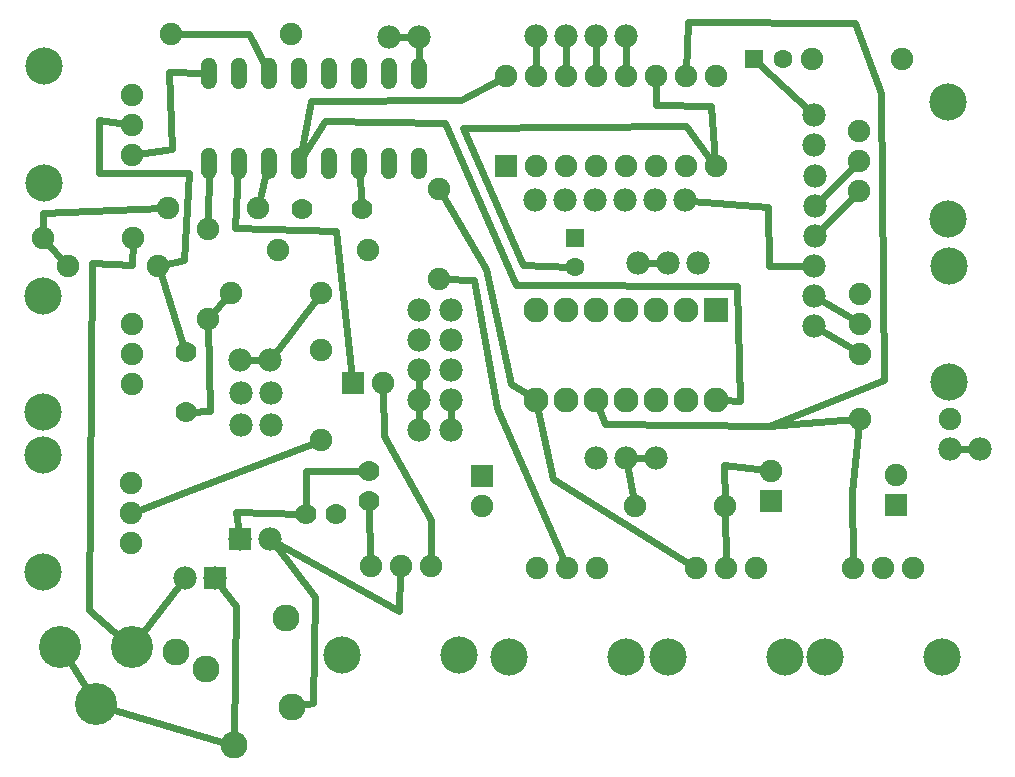
<source format=gtl>
G04 MADE WITH FRITZING*
G04 WWW.FRITZING.ORG*
G04 DOUBLE SIDED*
G04 HOLES PLATED*
G04 CONTOUR ON CENTER OF CONTOUR VECTOR*
%ASAXBY*%
%FSLAX23Y23*%
%MOIN*%
%OFA0B0*%
%SFA1.0B1.0*%
%ADD10C,0.078000*%
%ADD11C,0.140000*%
%ADD12C,0.090020*%
%ADD13C,0.070000*%
%ADD14C,0.075000*%
%ADD15C,0.052000*%
%ADD16C,0.083307*%
%ADD17C,0.062992*%
%ADD18C,0.074667*%
%ADD19C,0.074695*%
%ADD20C,0.124033*%
%ADD21R,0.078000X0.078000*%
%ADD22R,0.083307X0.083307*%
%ADD23R,0.062992X0.062992*%
%ADD24R,0.075000X0.075000*%
%ADD25C,0.024000*%
%ADD26R,0.001000X0.001000*%
%LNCOPPER1*%
G90*
G70*
G54D10*
X2806Y2190D03*
X2806Y2090D03*
G54D11*
X534Y416D03*
X294Y416D03*
X414Y226D03*
G54D12*
X680Y400D03*
X779Y345D03*
X1045Y514D03*
X1065Y219D03*
X873Y91D03*
G54D13*
X1111Y860D03*
X1212Y860D03*
G54D10*
X893Y778D03*
X993Y778D03*
X1489Y1540D03*
X1489Y1440D03*
X1489Y1340D03*
X1489Y1240D03*
X1489Y1140D03*
X1597Y1540D03*
X1597Y1440D03*
X1597Y1340D03*
X1597Y1240D03*
X1597Y1140D03*
G54D14*
X663Y2461D03*
X1063Y2461D03*
X1556Y1944D03*
X1556Y1644D03*
X652Y1881D03*
X952Y1881D03*
X1164Y1408D03*
X1164Y1108D03*
G54D15*
X788Y2029D03*
X888Y2029D03*
X988Y2029D03*
X1088Y2029D03*
X1188Y2029D03*
X1288Y2029D03*
X1388Y2029D03*
X1488Y2029D03*
X1488Y2329D03*
X1388Y2329D03*
X1288Y2329D03*
X1188Y2329D03*
X1088Y2329D03*
X988Y2329D03*
X888Y2329D03*
X788Y2329D03*
X788Y2029D03*
X888Y2029D03*
X988Y2029D03*
X1088Y2029D03*
X1188Y2029D03*
X1288Y2029D03*
X1388Y2029D03*
X1488Y2029D03*
X1488Y2329D03*
X1388Y2329D03*
X1288Y2329D03*
X1188Y2329D03*
X1088Y2329D03*
X988Y2329D03*
X888Y2329D03*
X788Y2329D03*
G54D16*
X2480Y1541D03*
X2480Y1241D03*
X2380Y1541D03*
X2380Y1241D03*
X2280Y1541D03*
X2280Y1241D03*
X2180Y1541D03*
X2180Y1241D03*
X2080Y1541D03*
X2080Y1241D03*
X1980Y1541D03*
X1980Y1241D03*
X1880Y1541D03*
X1880Y1241D03*
G54D17*
X2008Y1782D03*
X2008Y1684D03*
X2606Y2376D03*
X2704Y2376D03*
G54D14*
X2664Y905D03*
X2664Y1005D03*
G54D10*
X2806Y1486D03*
X2806Y1586D03*
X2806Y1686D03*
X1876Y1906D03*
X1976Y1906D03*
X2076Y1906D03*
X2176Y1906D03*
X2276Y1906D03*
X2376Y1906D03*
X3358Y1078D03*
X3258Y1078D03*
X1388Y2452D03*
X1488Y2452D03*
X2280Y1048D03*
X2180Y1048D03*
X2080Y1048D03*
X2418Y1698D03*
X2318Y1698D03*
X2218Y1698D03*
X995Y1156D03*
X895Y1156D03*
X895Y1265D03*
X995Y1265D03*
X2808Y1787D03*
X2808Y1887D03*
X2808Y1987D03*
G54D14*
X2959Y1178D03*
X3259Y1178D03*
X1778Y2020D03*
X1778Y2320D03*
X1878Y2020D03*
X1878Y2320D03*
X1978Y2020D03*
X1978Y2320D03*
X2078Y2020D03*
X2078Y2320D03*
X2178Y2020D03*
X2178Y2320D03*
X2278Y2020D03*
X2278Y2320D03*
X2378Y2020D03*
X2378Y2320D03*
X2478Y2020D03*
X2478Y2320D03*
G54D18*
X2614Y681D03*
X2514Y681D03*
G54D19*
X2414Y681D03*
G54D20*
X2708Y385D03*
X2320Y385D03*
G54D18*
X3136Y681D03*
X3036Y681D03*
G54D19*
X2936Y681D03*
G54D20*
X3231Y385D03*
X2842Y385D03*
G54D18*
X2957Y2139D03*
X2957Y2039D03*
G54D19*
X2957Y1939D03*
G54D20*
X3253Y2233D03*
X3253Y1845D03*
G54D18*
X2960Y1595D03*
X2960Y1495D03*
G54D19*
X2960Y1395D03*
G54D20*
X3256Y1689D03*
X3256Y1301D03*
G54D18*
X2084Y681D03*
X1984Y681D03*
G54D19*
X1884Y681D03*
G54D20*
X2179Y385D03*
X1790Y385D03*
G54D18*
X532Y1294D03*
X532Y1394D03*
G54D19*
X532Y1494D03*
G54D20*
X236Y1200D03*
X236Y1588D03*
G54D18*
X1528Y687D03*
X1428Y687D03*
G54D19*
X1328Y687D03*
G54D20*
X1622Y392D03*
X1233Y392D03*
G54D18*
X530Y763D03*
X530Y863D03*
G54D19*
X530Y963D03*
G54D20*
X235Y669D03*
X235Y1057D03*
G54D14*
X3079Y891D03*
X3079Y991D03*
X1699Y988D03*
X1699Y888D03*
X535Y1780D03*
X235Y1780D03*
X620Y1686D03*
X320Y1686D03*
X2509Y888D03*
X2209Y888D03*
X1269Y1298D03*
X1369Y1298D03*
X1318Y1740D03*
X1018Y1740D03*
X785Y1811D03*
X785Y1511D03*
X3099Y2379D03*
X2799Y2379D03*
G54D13*
X1099Y1876D03*
X1299Y1876D03*
G54D10*
X994Y1375D03*
X894Y1375D03*
G54D18*
X534Y2059D03*
X534Y2159D03*
G54D19*
X534Y2259D03*
G54D20*
X239Y1965D03*
X239Y2353D03*
G54D13*
X711Y1200D03*
X711Y1400D03*
G54D14*
X1161Y1597D03*
X861Y1597D03*
G54D13*
X1324Y1005D03*
X1324Y905D03*
G54D10*
X808Y646D03*
X708Y646D03*
X1878Y2454D03*
X1978Y2454D03*
X2078Y2454D03*
X2178Y2454D03*
G54D21*
X893Y778D03*
G54D22*
X2480Y1541D03*
G54D23*
X2008Y1782D03*
X2606Y2376D03*
G54D24*
X2664Y905D03*
X1778Y2020D03*
X3079Y891D03*
X1699Y988D03*
X1269Y1298D03*
G54D21*
X808Y646D03*
G54D25*
X2943Y1506D02*
X2823Y1576D01*
D02*
X850Y1584D02*
X797Y1524D01*
D02*
X2792Y2203D02*
X2618Y2365D01*
D02*
X1835Y1690D02*
X1993Y1684D01*
D02*
X2199Y1048D02*
X2261Y1048D01*
D02*
X844Y99D02*
X462Y212D01*
D02*
X1713Y1677D02*
X1565Y1929D01*
D02*
X1797Y1294D02*
X1713Y1677D01*
D02*
X1862Y1253D02*
X1797Y1294D01*
D02*
X235Y1863D02*
X235Y1798D01*
D02*
X2501Y1240D02*
X2560Y1236D01*
D02*
X2655Y1154D02*
X2942Y1177D01*
D02*
X2109Y1161D02*
X2655Y1154D01*
D02*
X2087Y1221D02*
X2109Y1161D01*
D02*
X2386Y2501D02*
X2944Y2499D01*
D02*
X1176Y2170D02*
X1097Y2043D01*
D02*
X1575Y2165D02*
X1176Y2170D01*
D02*
X1811Y1625D02*
X1575Y2165D01*
D02*
X2549Y1620D02*
X1811Y1625D01*
D02*
X2560Y1236D02*
X2549Y1620D01*
D02*
X1489Y1221D02*
X1489Y1159D01*
D02*
X1489Y1321D02*
X1489Y1259D01*
D02*
X3277Y1078D02*
X3339Y1078D01*
D02*
X665Y2077D02*
X554Y2062D01*
D02*
X657Y2334D02*
X665Y2077D01*
D02*
X772Y2330D02*
X657Y2334D01*
D02*
X3030Y2264D02*
X3038Y1306D01*
D02*
X2944Y2499D02*
X3030Y2264D01*
D02*
X2378Y2337D02*
X2386Y2501D01*
D02*
X2943Y1406D02*
X2823Y1476D01*
D02*
X1327Y708D02*
X1324Y890D01*
D02*
X2184Y1029D02*
X2206Y905D01*
D02*
X2821Y1901D02*
X2943Y2024D01*
D02*
X1597Y1159D02*
X1597Y1221D01*
D02*
X2618Y2365D02*
X2792Y2203D01*
D02*
X1488Y2345D02*
X1488Y2433D01*
D02*
X308Y1699D02*
X247Y1767D01*
D02*
X634Y1880D02*
X235Y1863D01*
D02*
X2509Y870D02*
X2513Y701D01*
D02*
X2943Y1924D02*
X2821Y1801D01*
D02*
X2931Y933D02*
X2957Y1161D01*
D02*
X2936Y701D02*
X2931Y933D01*
D02*
X1113Y1003D02*
X1309Y1005D01*
D02*
X1112Y875D02*
X1113Y1003D01*
D02*
X1128Y2236D02*
X1091Y2045D01*
D02*
X1628Y2240D02*
X1128Y2236D01*
D02*
X1762Y2311D02*
X1628Y2240D01*
D02*
X707Y1706D02*
X637Y1690D01*
D02*
X724Y1996D02*
X707Y1706D01*
D02*
X424Y1996D02*
X724Y1996D01*
D02*
X424Y2173D02*
X424Y1996D01*
D02*
X514Y2162D02*
X424Y2173D01*
D02*
X2278Y2302D02*
X2280Y2225D01*
D02*
X788Y2013D02*
X785Y1829D01*
D02*
X975Y1375D02*
X913Y1375D01*
D02*
X984Y2014D02*
X956Y1898D01*
D02*
X1424Y536D02*
X1427Y666D01*
D02*
X1010Y769D02*
X1424Y536D01*
D02*
X1289Y2013D02*
X1298Y1891D01*
D02*
X1935Y978D02*
X1884Y1220D01*
D02*
X2396Y691D02*
X1935Y978D01*
D02*
X2506Y1025D02*
X2509Y905D01*
D02*
X2646Y1007D02*
X2506Y1025D01*
D02*
X720Y936D02*
X550Y870D01*
D02*
X1213Y1803D02*
X1267Y1315D01*
D02*
X877Y1814D02*
X1213Y1803D01*
D02*
X887Y2013D02*
X877Y1814D01*
D02*
X1148Y1101D02*
X720Y936D01*
D02*
X1469Y2452D02*
X1407Y2452D01*
D02*
X533Y1692D02*
X398Y1699D01*
D02*
X398Y1699D02*
X388Y542D01*
D02*
X922Y2461D02*
X680Y2461D01*
D02*
X388Y542D02*
X496Y448D01*
D02*
X535Y1763D02*
X533Y1692D01*
D02*
X981Y2344D02*
X922Y2461D01*
D02*
X626Y1670D02*
X706Y1414D01*
D02*
X1672Y1640D02*
X1748Y1213D01*
D02*
X1635Y2147D02*
X1835Y1690D01*
D02*
X2299Y1698D02*
X2237Y1698D01*
D02*
X2380Y2153D02*
X1635Y2147D01*
D02*
X2467Y2034D02*
X2380Y2153D01*
D02*
X1748Y1213D02*
X1976Y699D01*
D02*
X1574Y1643D02*
X1672Y1640D01*
D02*
X794Y1203D02*
X726Y1200D01*
D02*
X786Y1494D02*
X794Y1203D01*
D02*
X1005Y1390D02*
X1151Y1583D01*
D02*
X2657Y1688D02*
X2787Y1686D01*
D02*
X3038Y1306D02*
X2655Y1154D01*
D02*
X2395Y1904D02*
X2652Y1884D01*
D02*
X2652Y1884D02*
X2657Y1688D01*
D02*
X1372Y1121D02*
X1369Y1280D01*
D02*
X388Y268D02*
X321Y374D01*
D02*
X1530Y840D02*
X1372Y1121D01*
D02*
X880Y553D02*
X873Y121D01*
D02*
X1978Y2435D02*
X1978Y2337D01*
D02*
X1878Y2435D02*
X1878Y2337D01*
D02*
X697Y631D02*
X564Y456D01*
D02*
X820Y631D02*
X880Y553D01*
D02*
X1528Y708D02*
X1530Y840D01*
D02*
X2178Y2435D02*
X2178Y2337D01*
D02*
X2078Y2435D02*
X2078Y2337D01*
D02*
X1096Y860D02*
X880Y866D01*
D02*
X880Y866D02*
X890Y797D01*
D02*
X2280Y2225D02*
X2463Y2220D01*
D02*
X2463Y2220D02*
X2476Y2037D01*
D02*
X1135Y231D02*
X1144Y584D01*
D02*
X1144Y584D02*
X1005Y763D01*
D02*
X1094Y224D02*
X1135Y231D01*
G54D26*
X783Y2381D02*
X794Y2381D01*
X883Y2381D02*
X894Y2381D01*
X983Y2381D02*
X994Y2381D01*
X1083Y2381D02*
X1094Y2381D01*
X1183Y2381D02*
X1194Y2381D01*
X1283Y2381D02*
X1294Y2381D01*
X1383Y2381D02*
X1394Y2381D01*
X1483Y2381D02*
X1494Y2381D01*
X780Y2380D02*
X797Y2380D01*
X880Y2380D02*
X897Y2380D01*
X980Y2380D02*
X997Y2380D01*
X1080Y2380D02*
X1097Y2380D01*
X1180Y2380D02*
X1197Y2380D01*
X1280Y2380D02*
X1297Y2380D01*
X1380Y2380D02*
X1397Y2380D01*
X1480Y2380D02*
X1497Y2380D01*
X778Y2379D02*
X799Y2379D01*
X878Y2379D02*
X899Y2379D01*
X978Y2379D02*
X999Y2379D01*
X1078Y2379D02*
X1099Y2379D01*
X1178Y2379D02*
X1199Y2379D01*
X1278Y2379D02*
X1299Y2379D01*
X1378Y2379D02*
X1399Y2379D01*
X1478Y2379D02*
X1499Y2379D01*
X776Y2378D02*
X801Y2378D01*
X876Y2378D02*
X901Y2378D01*
X976Y2378D02*
X1001Y2378D01*
X1076Y2378D02*
X1101Y2378D01*
X1176Y2378D02*
X1201Y2378D01*
X1276Y2378D02*
X1301Y2378D01*
X1376Y2378D02*
X1401Y2378D01*
X1476Y2378D02*
X1501Y2378D01*
X774Y2377D02*
X803Y2377D01*
X874Y2377D02*
X903Y2377D01*
X974Y2377D02*
X1003Y2377D01*
X1074Y2377D02*
X1103Y2377D01*
X1174Y2377D02*
X1203Y2377D01*
X1274Y2377D02*
X1303Y2377D01*
X1374Y2377D02*
X1403Y2377D01*
X1474Y2377D02*
X1503Y2377D01*
X773Y2376D02*
X804Y2376D01*
X873Y2376D02*
X904Y2376D01*
X973Y2376D02*
X1004Y2376D01*
X1073Y2376D02*
X1104Y2376D01*
X1173Y2376D02*
X1204Y2376D01*
X1273Y2376D02*
X1304Y2376D01*
X1373Y2376D02*
X1404Y2376D01*
X1473Y2376D02*
X1504Y2376D01*
X772Y2375D02*
X805Y2375D01*
X872Y2375D02*
X905Y2375D01*
X972Y2375D02*
X1005Y2375D01*
X1072Y2375D02*
X1105Y2375D01*
X1172Y2375D02*
X1205Y2375D01*
X1272Y2375D02*
X1305Y2375D01*
X1372Y2375D02*
X1405Y2375D01*
X1472Y2375D02*
X1505Y2375D01*
X771Y2374D02*
X806Y2374D01*
X871Y2374D02*
X906Y2374D01*
X971Y2374D02*
X1006Y2374D01*
X1071Y2374D02*
X1106Y2374D01*
X1171Y2374D02*
X1206Y2374D01*
X1271Y2374D02*
X1306Y2374D01*
X1371Y2374D02*
X1406Y2374D01*
X1471Y2374D02*
X1506Y2374D01*
X770Y2373D02*
X807Y2373D01*
X870Y2373D02*
X907Y2373D01*
X970Y2373D02*
X1007Y2373D01*
X1070Y2373D02*
X1107Y2373D01*
X1170Y2373D02*
X1207Y2373D01*
X1270Y2373D02*
X1307Y2373D01*
X1370Y2373D02*
X1407Y2373D01*
X1470Y2373D02*
X1507Y2373D01*
X769Y2372D02*
X808Y2372D01*
X869Y2372D02*
X908Y2372D01*
X969Y2372D02*
X1008Y2372D01*
X1069Y2372D02*
X1108Y2372D01*
X1169Y2372D02*
X1208Y2372D01*
X1269Y2372D02*
X1308Y2372D01*
X1369Y2372D02*
X1408Y2372D01*
X1469Y2372D02*
X1508Y2372D01*
X768Y2371D02*
X809Y2371D01*
X868Y2371D02*
X909Y2371D01*
X968Y2371D02*
X1009Y2371D01*
X1068Y2371D02*
X1109Y2371D01*
X1168Y2371D02*
X1209Y2371D01*
X1268Y2371D02*
X1309Y2371D01*
X1368Y2371D02*
X1409Y2371D01*
X1468Y2371D02*
X1509Y2371D01*
X767Y2370D02*
X810Y2370D01*
X867Y2370D02*
X910Y2370D01*
X967Y2370D02*
X1010Y2370D01*
X1067Y2370D02*
X1110Y2370D01*
X1167Y2370D02*
X1210Y2370D01*
X1267Y2370D02*
X1310Y2370D01*
X1367Y2370D02*
X1410Y2370D01*
X1467Y2370D02*
X1510Y2370D01*
X767Y2369D02*
X810Y2369D01*
X867Y2369D02*
X910Y2369D01*
X967Y2369D02*
X1010Y2369D01*
X1067Y2369D02*
X1110Y2369D01*
X1167Y2369D02*
X1210Y2369D01*
X1267Y2369D02*
X1310Y2369D01*
X1367Y2369D02*
X1410Y2369D01*
X1467Y2369D02*
X1510Y2369D01*
X766Y2368D02*
X811Y2368D01*
X866Y2368D02*
X911Y2368D01*
X966Y2368D02*
X1011Y2368D01*
X1066Y2368D02*
X1111Y2368D01*
X1166Y2368D02*
X1211Y2368D01*
X1266Y2368D02*
X1311Y2368D01*
X1366Y2368D02*
X1411Y2368D01*
X1466Y2368D02*
X1511Y2368D01*
X766Y2367D02*
X811Y2367D01*
X866Y2367D02*
X911Y2367D01*
X966Y2367D02*
X1011Y2367D01*
X1066Y2367D02*
X1111Y2367D01*
X1166Y2367D02*
X1211Y2367D01*
X1266Y2367D02*
X1311Y2367D01*
X1366Y2367D02*
X1411Y2367D01*
X1466Y2367D02*
X1511Y2367D01*
X765Y2366D02*
X812Y2366D01*
X865Y2366D02*
X912Y2366D01*
X965Y2366D02*
X1012Y2366D01*
X1065Y2366D02*
X1112Y2366D01*
X1165Y2366D02*
X1212Y2366D01*
X1265Y2366D02*
X1312Y2366D01*
X1365Y2366D02*
X1412Y2366D01*
X1465Y2366D02*
X1512Y2366D01*
X765Y2365D02*
X812Y2365D01*
X865Y2365D02*
X912Y2365D01*
X965Y2365D02*
X1012Y2365D01*
X1065Y2365D02*
X1112Y2365D01*
X1165Y2365D02*
X1212Y2365D01*
X1265Y2365D02*
X1312Y2365D01*
X1365Y2365D02*
X1412Y2365D01*
X1465Y2365D02*
X1512Y2365D01*
X764Y2364D02*
X813Y2364D01*
X864Y2364D02*
X913Y2364D01*
X964Y2364D02*
X1013Y2364D01*
X1064Y2364D02*
X1113Y2364D01*
X1164Y2364D02*
X1213Y2364D01*
X1264Y2364D02*
X1313Y2364D01*
X1364Y2364D02*
X1413Y2364D01*
X1464Y2364D02*
X1513Y2364D01*
X764Y2363D02*
X813Y2363D01*
X864Y2363D02*
X913Y2363D01*
X964Y2363D02*
X1013Y2363D01*
X1064Y2363D02*
X1113Y2363D01*
X1164Y2363D02*
X1213Y2363D01*
X1264Y2363D02*
X1313Y2363D01*
X1364Y2363D02*
X1413Y2363D01*
X1464Y2363D02*
X1513Y2363D01*
X764Y2362D02*
X813Y2362D01*
X864Y2362D02*
X913Y2362D01*
X964Y2362D02*
X1013Y2362D01*
X1064Y2362D02*
X1113Y2362D01*
X1164Y2362D02*
X1213Y2362D01*
X1264Y2362D02*
X1313Y2362D01*
X1364Y2362D02*
X1413Y2362D01*
X1464Y2362D02*
X1513Y2362D01*
X764Y2361D02*
X813Y2361D01*
X864Y2361D02*
X913Y2361D01*
X964Y2361D02*
X1013Y2361D01*
X1064Y2361D02*
X1113Y2361D01*
X1164Y2361D02*
X1213Y2361D01*
X1264Y2361D02*
X1313Y2361D01*
X1364Y2361D02*
X1413Y2361D01*
X1464Y2361D02*
X1513Y2361D01*
X763Y2360D02*
X814Y2360D01*
X863Y2360D02*
X914Y2360D01*
X963Y2360D02*
X1014Y2360D01*
X1063Y2360D02*
X1114Y2360D01*
X1163Y2360D02*
X1214Y2360D01*
X1263Y2360D02*
X1314Y2360D01*
X1363Y2360D02*
X1414Y2360D01*
X1463Y2360D02*
X1514Y2360D01*
X763Y2359D02*
X814Y2359D01*
X863Y2359D02*
X914Y2359D01*
X963Y2359D02*
X1014Y2359D01*
X1063Y2359D02*
X1114Y2359D01*
X1163Y2359D02*
X1214Y2359D01*
X1263Y2359D02*
X1314Y2359D01*
X1363Y2359D02*
X1414Y2359D01*
X1463Y2359D02*
X1514Y2359D01*
X763Y2358D02*
X814Y2358D01*
X863Y2358D02*
X914Y2358D01*
X963Y2358D02*
X1014Y2358D01*
X1063Y2358D02*
X1114Y2358D01*
X1163Y2358D02*
X1214Y2358D01*
X1263Y2358D02*
X1314Y2358D01*
X1363Y2358D02*
X1414Y2358D01*
X1463Y2358D02*
X1514Y2358D01*
X763Y2357D02*
X814Y2357D01*
X863Y2357D02*
X914Y2357D01*
X963Y2357D02*
X1014Y2357D01*
X1063Y2357D02*
X1114Y2357D01*
X1163Y2357D02*
X1214Y2357D01*
X1263Y2357D02*
X1314Y2357D01*
X1363Y2357D02*
X1414Y2357D01*
X1463Y2357D02*
X1514Y2357D01*
X763Y2356D02*
X814Y2356D01*
X863Y2356D02*
X914Y2356D01*
X963Y2356D02*
X1014Y2356D01*
X1063Y2356D02*
X1114Y2356D01*
X1163Y2356D02*
X1214Y2356D01*
X1263Y2356D02*
X1314Y2356D01*
X1363Y2356D02*
X1414Y2356D01*
X1463Y2356D02*
X1514Y2356D01*
X763Y2355D02*
X814Y2355D01*
X863Y2355D02*
X914Y2355D01*
X963Y2355D02*
X1014Y2355D01*
X1063Y2355D02*
X1114Y2355D01*
X1163Y2355D02*
X1214Y2355D01*
X1263Y2355D02*
X1314Y2355D01*
X1363Y2355D02*
X1414Y2355D01*
X1463Y2355D02*
X1514Y2355D01*
X763Y2354D02*
X814Y2354D01*
X863Y2354D02*
X914Y2354D01*
X963Y2354D02*
X1014Y2354D01*
X1063Y2354D02*
X1114Y2354D01*
X1163Y2354D02*
X1214Y2354D01*
X1263Y2354D02*
X1314Y2354D01*
X1363Y2354D02*
X1414Y2354D01*
X1463Y2354D02*
X1514Y2354D01*
X763Y2353D02*
X814Y2353D01*
X863Y2353D02*
X914Y2353D01*
X963Y2353D02*
X1014Y2353D01*
X1063Y2353D02*
X1114Y2353D01*
X1163Y2353D02*
X1214Y2353D01*
X1263Y2353D02*
X1314Y2353D01*
X1363Y2353D02*
X1414Y2353D01*
X1463Y2353D02*
X1514Y2353D01*
X763Y2352D02*
X814Y2352D01*
X863Y2352D02*
X914Y2352D01*
X963Y2352D02*
X1014Y2352D01*
X1063Y2352D02*
X1114Y2352D01*
X1163Y2352D02*
X1214Y2352D01*
X1263Y2352D02*
X1314Y2352D01*
X1363Y2352D02*
X1414Y2352D01*
X1463Y2352D02*
X1514Y2352D01*
X763Y2351D02*
X814Y2351D01*
X863Y2351D02*
X914Y2351D01*
X963Y2351D02*
X1014Y2351D01*
X1063Y2351D02*
X1114Y2351D01*
X1163Y2351D02*
X1214Y2351D01*
X1263Y2351D02*
X1314Y2351D01*
X1363Y2351D02*
X1414Y2351D01*
X1463Y2351D02*
X1514Y2351D01*
X763Y2350D02*
X814Y2350D01*
X863Y2350D02*
X914Y2350D01*
X963Y2350D02*
X1014Y2350D01*
X1063Y2350D02*
X1114Y2350D01*
X1163Y2350D02*
X1214Y2350D01*
X1263Y2350D02*
X1314Y2350D01*
X1363Y2350D02*
X1414Y2350D01*
X1463Y2350D02*
X1514Y2350D01*
X763Y2349D02*
X814Y2349D01*
X863Y2349D02*
X914Y2349D01*
X963Y2349D02*
X1014Y2349D01*
X1063Y2349D02*
X1114Y2349D01*
X1163Y2349D02*
X1214Y2349D01*
X1263Y2349D02*
X1314Y2349D01*
X1363Y2349D02*
X1414Y2349D01*
X1463Y2349D02*
X1514Y2349D01*
X763Y2348D02*
X814Y2348D01*
X863Y2348D02*
X914Y2348D01*
X963Y2348D02*
X1014Y2348D01*
X1063Y2348D02*
X1114Y2348D01*
X1163Y2348D02*
X1214Y2348D01*
X1263Y2348D02*
X1314Y2348D01*
X1363Y2348D02*
X1414Y2348D01*
X1463Y2348D02*
X1514Y2348D01*
X763Y2347D02*
X814Y2347D01*
X863Y2347D02*
X914Y2347D01*
X963Y2347D02*
X1014Y2347D01*
X1063Y2347D02*
X1114Y2347D01*
X1163Y2347D02*
X1214Y2347D01*
X1263Y2347D02*
X1314Y2347D01*
X1363Y2347D02*
X1414Y2347D01*
X1463Y2347D02*
X1514Y2347D01*
X763Y2346D02*
X814Y2346D01*
X863Y2346D02*
X914Y2346D01*
X963Y2346D02*
X1014Y2346D01*
X1063Y2346D02*
X1114Y2346D01*
X1163Y2346D02*
X1214Y2346D01*
X1263Y2346D02*
X1314Y2346D01*
X1363Y2346D02*
X1414Y2346D01*
X1463Y2346D02*
X1514Y2346D01*
X763Y2345D02*
X784Y2345D01*
X793Y2345D02*
X814Y2345D01*
X863Y2345D02*
X884Y2345D01*
X893Y2345D02*
X914Y2345D01*
X963Y2345D02*
X984Y2345D01*
X993Y2345D02*
X1014Y2345D01*
X1063Y2345D02*
X1084Y2345D01*
X1093Y2345D02*
X1114Y2345D01*
X1163Y2345D02*
X1184Y2345D01*
X1193Y2345D02*
X1214Y2345D01*
X1263Y2345D02*
X1284Y2345D01*
X1293Y2345D02*
X1314Y2345D01*
X1363Y2345D02*
X1384Y2345D01*
X1393Y2345D02*
X1414Y2345D01*
X1463Y2345D02*
X1484Y2345D01*
X1493Y2345D02*
X1514Y2345D01*
X763Y2344D02*
X781Y2344D01*
X796Y2344D02*
X814Y2344D01*
X863Y2344D02*
X881Y2344D01*
X896Y2344D02*
X914Y2344D01*
X963Y2344D02*
X981Y2344D01*
X996Y2344D02*
X1014Y2344D01*
X1063Y2344D02*
X1081Y2344D01*
X1096Y2344D02*
X1114Y2344D01*
X1163Y2344D02*
X1181Y2344D01*
X1196Y2344D02*
X1214Y2344D01*
X1263Y2344D02*
X1281Y2344D01*
X1296Y2344D02*
X1314Y2344D01*
X1363Y2344D02*
X1381Y2344D01*
X1396Y2344D02*
X1414Y2344D01*
X1463Y2344D02*
X1481Y2344D01*
X1496Y2344D02*
X1514Y2344D01*
X763Y2343D02*
X779Y2343D01*
X798Y2343D02*
X814Y2343D01*
X863Y2343D02*
X879Y2343D01*
X898Y2343D02*
X914Y2343D01*
X963Y2343D02*
X979Y2343D01*
X998Y2343D02*
X1014Y2343D01*
X1063Y2343D02*
X1079Y2343D01*
X1098Y2343D02*
X1114Y2343D01*
X1163Y2343D02*
X1179Y2343D01*
X1198Y2343D02*
X1214Y2343D01*
X1263Y2343D02*
X1279Y2343D01*
X1298Y2343D02*
X1314Y2343D01*
X1363Y2343D02*
X1379Y2343D01*
X1398Y2343D02*
X1414Y2343D01*
X1463Y2343D02*
X1479Y2343D01*
X1498Y2343D02*
X1514Y2343D01*
X763Y2342D02*
X778Y2342D01*
X799Y2342D02*
X814Y2342D01*
X863Y2342D02*
X878Y2342D01*
X899Y2342D02*
X914Y2342D01*
X963Y2342D02*
X978Y2342D01*
X999Y2342D02*
X1014Y2342D01*
X1063Y2342D02*
X1078Y2342D01*
X1099Y2342D02*
X1114Y2342D01*
X1163Y2342D02*
X1178Y2342D01*
X1199Y2342D02*
X1214Y2342D01*
X1263Y2342D02*
X1278Y2342D01*
X1299Y2342D02*
X1314Y2342D01*
X1363Y2342D02*
X1378Y2342D01*
X1399Y2342D02*
X1414Y2342D01*
X1463Y2342D02*
X1478Y2342D01*
X1499Y2342D02*
X1514Y2342D01*
X763Y2341D02*
X777Y2341D01*
X800Y2341D02*
X814Y2341D01*
X863Y2341D02*
X877Y2341D01*
X900Y2341D02*
X914Y2341D01*
X963Y2341D02*
X977Y2341D01*
X1000Y2341D02*
X1014Y2341D01*
X1063Y2341D02*
X1077Y2341D01*
X1100Y2341D02*
X1114Y2341D01*
X1163Y2341D02*
X1177Y2341D01*
X1200Y2341D02*
X1214Y2341D01*
X1263Y2341D02*
X1277Y2341D01*
X1300Y2341D02*
X1314Y2341D01*
X1363Y2341D02*
X1377Y2341D01*
X1400Y2341D02*
X1414Y2341D01*
X1463Y2341D02*
X1477Y2341D01*
X1500Y2341D02*
X1514Y2341D01*
X763Y2340D02*
X776Y2340D01*
X801Y2340D02*
X814Y2340D01*
X863Y2340D02*
X876Y2340D01*
X901Y2340D02*
X914Y2340D01*
X963Y2340D02*
X976Y2340D01*
X1001Y2340D02*
X1014Y2340D01*
X1063Y2340D02*
X1076Y2340D01*
X1101Y2340D02*
X1114Y2340D01*
X1163Y2340D02*
X1176Y2340D01*
X1201Y2340D02*
X1214Y2340D01*
X1263Y2340D02*
X1276Y2340D01*
X1301Y2340D02*
X1314Y2340D01*
X1363Y2340D02*
X1376Y2340D01*
X1401Y2340D02*
X1414Y2340D01*
X1463Y2340D02*
X1476Y2340D01*
X1501Y2340D02*
X1514Y2340D01*
X763Y2339D02*
X775Y2339D01*
X802Y2339D02*
X814Y2339D01*
X863Y2339D02*
X875Y2339D01*
X902Y2339D02*
X914Y2339D01*
X963Y2339D02*
X975Y2339D01*
X1002Y2339D02*
X1014Y2339D01*
X1063Y2339D02*
X1075Y2339D01*
X1102Y2339D02*
X1114Y2339D01*
X1163Y2339D02*
X1175Y2339D01*
X1202Y2339D02*
X1214Y2339D01*
X1263Y2339D02*
X1275Y2339D01*
X1302Y2339D02*
X1314Y2339D01*
X1363Y2339D02*
X1375Y2339D01*
X1402Y2339D02*
X1414Y2339D01*
X1463Y2339D02*
X1475Y2339D01*
X1502Y2339D02*
X1514Y2339D01*
X763Y2338D02*
X774Y2338D01*
X803Y2338D02*
X814Y2338D01*
X863Y2338D02*
X874Y2338D01*
X903Y2338D02*
X914Y2338D01*
X963Y2338D02*
X974Y2338D01*
X1003Y2338D02*
X1014Y2338D01*
X1063Y2338D02*
X1074Y2338D01*
X1103Y2338D02*
X1114Y2338D01*
X1163Y2338D02*
X1174Y2338D01*
X1203Y2338D02*
X1214Y2338D01*
X1263Y2338D02*
X1274Y2338D01*
X1303Y2338D02*
X1314Y2338D01*
X1363Y2338D02*
X1374Y2338D01*
X1403Y2338D02*
X1414Y2338D01*
X1463Y2338D02*
X1474Y2338D01*
X1503Y2338D02*
X1514Y2338D01*
X763Y2337D02*
X774Y2337D01*
X803Y2337D02*
X814Y2337D01*
X863Y2337D02*
X874Y2337D01*
X903Y2337D02*
X914Y2337D01*
X963Y2337D02*
X974Y2337D01*
X1003Y2337D02*
X1014Y2337D01*
X1063Y2337D02*
X1074Y2337D01*
X1103Y2337D02*
X1114Y2337D01*
X1163Y2337D02*
X1174Y2337D01*
X1203Y2337D02*
X1214Y2337D01*
X1263Y2337D02*
X1274Y2337D01*
X1303Y2337D02*
X1314Y2337D01*
X1363Y2337D02*
X1374Y2337D01*
X1403Y2337D02*
X1414Y2337D01*
X1463Y2337D02*
X1474Y2337D01*
X1503Y2337D02*
X1514Y2337D01*
X763Y2336D02*
X773Y2336D01*
X804Y2336D02*
X814Y2336D01*
X863Y2336D02*
X873Y2336D01*
X904Y2336D02*
X914Y2336D01*
X963Y2336D02*
X973Y2336D01*
X1004Y2336D02*
X1014Y2336D01*
X1063Y2336D02*
X1073Y2336D01*
X1104Y2336D02*
X1114Y2336D01*
X1163Y2336D02*
X1173Y2336D01*
X1204Y2336D02*
X1214Y2336D01*
X1263Y2336D02*
X1273Y2336D01*
X1304Y2336D02*
X1314Y2336D01*
X1363Y2336D02*
X1373Y2336D01*
X1404Y2336D02*
X1414Y2336D01*
X1463Y2336D02*
X1473Y2336D01*
X1504Y2336D02*
X1514Y2336D01*
X763Y2335D02*
X773Y2335D01*
X804Y2335D02*
X814Y2335D01*
X863Y2335D02*
X873Y2335D01*
X904Y2335D02*
X914Y2335D01*
X963Y2335D02*
X973Y2335D01*
X1004Y2335D02*
X1014Y2335D01*
X1063Y2335D02*
X1073Y2335D01*
X1104Y2335D02*
X1114Y2335D01*
X1163Y2335D02*
X1173Y2335D01*
X1204Y2335D02*
X1214Y2335D01*
X1263Y2335D02*
X1273Y2335D01*
X1304Y2335D02*
X1314Y2335D01*
X1363Y2335D02*
X1373Y2335D01*
X1404Y2335D02*
X1414Y2335D01*
X1463Y2335D02*
X1473Y2335D01*
X1504Y2335D02*
X1514Y2335D01*
X763Y2334D02*
X773Y2334D01*
X804Y2334D02*
X814Y2334D01*
X863Y2334D02*
X873Y2334D01*
X904Y2334D02*
X914Y2334D01*
X963Y2334D02*
X973Y2334D01*
X1004Y2334D02*
X1014Y2334D01*
X1063Y2334D02*
X1073Y2334D01*
X1104Y2334D02*
X1114Y2334D01*
X1163Y2334D02*
X1173Y2334D01*
X1204Y2334D02*
X1214Y2334D01*
X1263Y2334D02*
X1273Y2334D01*
X1304Y2334D02*
X1314Y2334D01*
X1363Y2334D02*
X1373Y2334D01*
X1404Y2334D02*
X1414Y2334D01*
X1463Y2334D02*
X1473Y2334D01*
X1504Y2334D02*
X1514Y2334D01*
X763Y2333D02*
X772Y2333D01*
X805Y2333D02*
X814Y2333D01*
X863Y2333D02*
X872Y2333D01*
X905Y2333D02*
X914Y2333D01*
X963Y2333D02*
X972Y2333D01*
X1005Y2333D02*
X1014Y2333D01*
X1063Y2333D02*
X1072Y2333D01*
X1105Y2333D02*
X1114Y2333D01*
X1163Y2333D02*
X1172Y2333D01*
X1205Y2333D02*
X1214Y2333D01*
X1263Y2333D02*
X1272Y2333D01*
X1305Y2333D02*
X1314Y2333D01*
X1363Y2333D02*
X1372Y2333D01*
X1405Y2333D02*
X1414Y2333D01*
X1463Y2333D02*
X1472Y2333D01*
X1505Y2333D02*
X1514Y2333D01*
X763Y2332D02*
X772Y2332D01*
X805Y2332D02*
X814Y2332D01*
X863Y2332D02*
X872Y2332D01*
X905Y2332D02*
X914Y2332D01*
X963Y2332D02*
X972Y2332D01*
X1005Y2332D02*
X1014Y2332D01*
X1063Y2332D02*
X1072Y2332D01*
X1105Y2332D02*
X1114Y2332D01*
X1163Y2332D02*
X1172Y2332D01*
X1205Y2332D02*
X1214Y2332D01*
X1263Y2332D02*
X1272Y2332D01*
X1305Y2332D02*
X1314Y2332D01*
X1363Y2332D02*
X1372Y2332D01*
X1405Y2332D02*
X1414Y2332D01*
X1463Y2332D02*
X1472Y2332D01*
X1505Y2332D02*
X1514Y2332D01*
X763Y2331D02*
X772Y2331D01*
X805Y2331D02*
X814Y2331D01*
X863Y2331D02*
X872Y2331D01*
X905Y2331D02*
X914Y2331D01*
X963Y2331D02*
X972Y2331D01*
X1005Y2331D02*
X1014Y2331D01*
X1063Y2331D02*
X1072Y2331D01*
X1105Y2331D02*
X1114Y2331D01*
X1163Y2331D02*
X1172Y2331D01*
X1205Y2331D02*
X1214Y2331D01*
X1263Y2331D02*
X1272Y2331D01*
X1305Y2331D02*
X1314Y2331D01*
X1363Y2331D02*
X1372Y2331D01*
X1405Y2331D02*
X1414Y2331D01*
X1463Y2331D02*
X1472Y2331D01*
X1505Y2331D02*
X1514Y2331D01*
X763Y2330D02*
X772Y2330D01*
X805Y2330D02*
X814Y2330D01*
X863Y2330D02*
X872Y2330D01*
X905Y2330D02*
X914Y2330D01*
X963Y2330D02*
X972Y2330D01*
X1005Y2330D02*
X1014Y2330D01*
X1063Y2330D02*
X1072Y2330D01*
X1105Y2330D02*
X1114Y2330D01*
X1163Y2330D02*
X1172Y2330D01*
X1205Y2330D02*
X1214Y2330D01*
X1263Y2330D02*
X1272Y2330D01*
X1305Y2330D02*
X1314Y2330D01*
X1363Y2330D02*
X1372Y2330D01*
X1405Y2330D02*
X1414Y2330D01*
X1463Y2330D02*
X1472Y2330D01*
X1505Y2330D02*
X1514Y2330D01*
X763Y2329D02*
X772Y2329D01*
X805Y2329D02*
X814Y2329D01*
X863Y2329D02*
X872Y2329D01*
X905Y2329D02*
X914Y2329D01*
X963Y2329D02*
X972Y2329D01*
X1005Y2329D02*
X1014Y2329D01*
X1063Y2329D02*
X1072Y2329D01*
X1105Y2329D02*
X1114Y2329D01*
X1163Y2329D02*
X1172Y2329D01*
X1205Y2329D02*
X1214Y2329D01*
X1263Y2329D02*
X1272Y2329D01*
X1305Y2329D02*
X1314Y2329D01*
X1363Y2329D02*
X1372Y2329D01*
X1405Y2329D02*
X1414Y2329D01*
X1463Y2329D02*
X1472Y2329D01*
X1505Y2329D02*
X1514Y2329D01*
X763Y2328D02*
X772Y2328D01*
X805Y2328D02*
X814Y2328D01*
X863Y2328D02*
X872Y2328D01*
X905Y2328D02*
X914Y2328D01*
X963Y2328D02*
X972Y2328D01*
X1005Y2328D02*
X1014Y2328D01*
X1063Y2328D02*
X1072Y2328D01*
X1105Y2328D02*
X1114Y2328D01*
X1163Y2328D02*
X1172Y2328D01*
X1205Y2328D02*
X1214Y2328D01*
X1263Y2328D02*
X1272Y2328D01*
X1305Y2328D02*
X1314Y2328D01*
X1363Y2328D02*
X1372Y2328D01*
X1405Y2328D02*
X1414Y2328D01*
X1463Y2328D02*
X1472Y2328D01*
X1505Y2328D02*
X1514Y2328D01*
X763Y2327D02*
X772Y2327D01*
X805Y2327D02*
X814Y2327D01*
X863Y2327D02*
X872Y2327D01*
X905Y2327D02*
X914Y2327D01*
X963Y2327D02*
X972Y2327D01*
X1005Y2327D02*
X1014Y2327D01*
X1063Y2327D02*
X1072Y2327D01*
X1105Y2327D02*
X1114Y2327D01*
X1163Y2327D02*
X1172Y2327D01*
X1205Y2327D02*
X1214Y2327D01*
X1263Y2327D02*
X1272Y2327D01*
X1305Y2327D02*
X1314Y2327D01*
X1363Y2327D02*
X1372Y2327D01*
X1405Y2327D02*
X1414Y2327D01*
X1463Y2327D02*
X1472Y2327D01*
X1505Y2327D02*
X1514Y2327D01*
X763Y2326D02*
X772Y2326D01*
X805Y2326D02*
X814Y2326D01*
X863Y2326D02*
X872Y2326D01*
X905Y2326D02*
X914Y2326D01*
X963Y2326D02*
X972Y2326D01*
X1005Y2326D02*
X1014Y2326D01*
X1063Y2326D02*
X1072Y2326D01*
X1105Y2326D02*
X1114Y2326D01*
X1163Y2326D02*
X1172Y2326D01*
X1205Y2326D02*
X1214Y2326D01*
X1263Y2326D02*
X1272Y2326D01*
X1305Y2326D02*
X1314Y2326D01*
X1363Y2326D02*
X1372Y2326D01*
X1405Y2326D02*
X1414Y2326D01*
X1463Y2326D02*
X1472Y2326D01*
X1505Y2326D02*
X1514Y2326D01*
X763Y2325D02*
X773Y2325D01*
X804Y2325D02*
X814Y2325D01*
X863Y2325D02*
X873Y2325D01*
X904Y2325D02*
X914Y2325D01*
X963Y2325D02*
X973Y2325D01*
X1004Y2325D02*
X1014Y2325D01*
X1063Y2325D02*
X1073Y2325D01*
X1104Y2325D02*
X1114Y2325D01*
X1163Y2325D02*
X1173Y2325D01*
X1204Y2325D02*
X1214Y2325D01*
X1263Y2325D02*
X1273Y2325D01*
X1304Y2325D02*
X1314Y2325D01*
X1363Y2325D02*
X1373Y2325D01*
X1404Y2325D02*
X1414Y2325D01*
X1463Y2325D02*
X1473Y2325D01*
X1504Y2325D02*
X1514Y2325D01*
X763Y2324D02*
X773Y2324D01*
X804Y2324D02*
X814Y2324D01*
X863Y2324D02*
X873Y2324D01*
X904Y2324D02*
X914Y2324D01*
X963Y2324D02*
X973Y2324D01*
X1004Y2324D02*
X1014Y2324D01*
X1063Y2324D02*
X1073Y2324D01*
X1104Y2324D02*
X1114Y2324D01*
X1163Y2324D02*
X1173Y2324D01*
X1204Y2324D02*
X1214Y2324D01*
X1263Y2324D02*
X1273Y2324D01*
X1304Y2324D02*
X1314Y2324D01*
X1363Y2324D02*
X1373Y2324D01*
X1404Y2324D02*
X1414Y2324D01*
X1463Y2324D02*
X1473Y2324D01*
X1504Y2324D02*
X1514Y2324D01*
X763Y2323D02*
X774Y2323D01*
X804Y2323D02*
X814Y2323D01*
X863Y2323D02*
X874Y2323D01*
X904Y2323D02*
X914Y2323D01*
X963Y2323D02*
X974Y2323D01*
X1004Y2323D02*
X1014Y2323D01*
X1063Y2323D02*
X1074Y2323D01*
X1104Y2323D02*
X1114Y2323D01*
X1163Y2323D02*
X1173Y2323D01*
X1204Y2323D02*
X1214Y2323D01*
X1263Y2323D02*
X1273Y2323D01*
X1304Y2323D02*
X1314Y2323D01*
X1363Y2323D02*
X1373Y2323D01*
X1404Y2323D02*
X1414Y2323D01*
X1463Y2323D02*
X1473Y2323D01*
X1504Y2323D02*
X1514Y2323D01*
X763Y2322D02*
X774Y2322D01*
X803Y2322D02*
X814Y2322D01*
X863Y2322D02*
X874Y2322D01*
X903Y2322D02*
X914Y2322D01*
X963Y2322D02*
X974Y2322D01*
X1003Y2322D02*
X1014Y2322D01*
X1063Y2322D02*
X1074Y2322D01*
X1103Y2322D02*
X1114Y2322D01*
X1163Y2322D02*
X1174Y2322D01*
X1203Y2322D02*
X1214Y2322D01*
X1263Y2322D02*
X1274Y2322D01*
X1303Y2322D02*
X1314Y2322D01*
X1363Y2322D02*
X1374Y2322D01*
X1403Y2322D02*
X1414Y2322D01*
X1463Y2322D02*
X1474Y2322D01*
X1503Y2322D02*
X1514Y2322D01*
X763Y2321D02*
X775Y2321D01*
X802Y2321D02*
X814Y2321D01*
X863Y2321D02*
X875Y2321D01*
X902Y2321D02*
X914Y2321D01*
X963Y2321D02*
X975Y2321D01*
X1002Y2321D02*
X1014Y2321D01*
X1063Y2321D02*
X1075Y2321D01*
X1102Y2321D02*
X1114Y2321D01*
X1163Y2321D02*
X1175Y2321D01*
X1202Y2321D02*
X1214Y2321D01*
X1263Y2321D02*
X1275Y2321D01*
X1302Y2321D02*
X1314Y2321D01*
X1363Y2321D02*
X1375Y2321D01*
X1402Y2321D02*
X1414Y2321D01*
X1463Y2321D02*
X1475Y2321D01*
X1502Y2321D02*
X1514Y2321D01*
X763Y2320D02*
X775Y2320D01*
X802Y2320D02*
X814Y2320D01*
X863Y2320D02*
X875Y2320D01*
X902Y2320D02*
X914Y2320D01*
X963Y2320D02*
X975Y2320D01*
X1002Y2320D02*
X1014Y2320D01*
X1063Y2320D02*
X1075Y2320D01*
X1102Y2320D02*
X1114Y2320D01*
X1163Y2320D02*
X1175Y2320D01*
X1202Y2320D02*
X1214Y2320D01*
X1263Y2320D02*
X1275Y2320D01*
X1302Y2320D02*
X1314Y2320D01*
X1363Y2320D02*
X1375Y2320D01*
X1402Y2320D02*
X1414Y2320D01*
X1463Y2320D02*
X1475Y2320D01*
X1502Y2320D02*
X1514Y2320D01*
X763Y2319D02*
X776Y2319D01*
X801Y2319D02*
X814Y2319D01*
X863Y2319D02*
X876Y2319D01*
X901Y2319D02*
X914Y2319D01*
X963Y2319D02*
X976Y2319D01*
X1001Y2319D02*
X1014Y2319D01*
X1063Y2319D02*
X1076Y2319D01*
X1101Y2319D02*
X1114Y2319D01*
X1163Y2319D02*
X1176Y2319D01*
X1201Y2319D02*
X1214Y2319D01*
X1263Y2319D02*
X1276Y2319D01*
X1301Y2319D02*
X1314Y2319D01*
X1363Y2319D02*
X1376Y2319D01*
X1401Y2319D02*
X1414Y2319D01*
X1463Y2319D02*
X1476Y2319D01*
X1501Y2319D02*
X1514Y2319D01*
X763Y2318D02*
X777Y2318D01*
X800Y2318D02*
X814Y2318D01*
X863Y2318D02*
X877Y2318D01*
X900Y2318D02*
X914Y2318D01*
X963Y2318D02*
X977Y2318D01*
X1000Y2318D02*
X1014Y2318D01*
X1063Y2318D02*
X1077Y2318D01*
X1100Y2318D02*
X1114Y2318D01*
X1163Y2318D02*
X1177Y2318D01*
X1200Y2318D02*
X1214Y2318D01*
X1263Y2318D02*
X1277Y2318D01*
X1300Y2318D02*
X1314Y2318D01*
X1363Y2318D02*
X1377Y2318D01*
X1400Y2318D02*
X1414Y2318D01*
X1463Y2318D02*
X1477Y2318D01*
X1500Y2318D02*
X1514Y2318D01*
X763Y2317D02*
X778Y2317D01*
X799Y2317D02*
X814Y2317D01*
X863Y2317D02*
X878Y2317D01*
X899Y2317D02*
X914Y2317D01*
X963Y2317D02*
X978Y2317D01*
X999Y2317D02*
X1014Y2317D01*
X1063Y2317D02*
X1078Y2317D01*
X1099Y2317D02*
X1114Y2317D01*
X1163Y2317D02*
X1178Y2317D01*
X1199Y2317D02*
X1214Y2317D01*
X1263Y2317D02*
X1278Y2317D01*
X1299Y2317D02*
X1314Y2317D01*
X1363Y2317D02*
X1378Y2317D01*
X1399Y2317D02*
X1414Y2317D01*
X1463Y2317D02*
X1478Y2317D01*
X1499Y2317D02*
X1514Y2317D01*
X763Y2316D02*
X780Y2316D01*
X797Y2316D02*
X814Y2316D01*
X863Y2316D02*
X880Y2316D01*
X897Y2316D02*
X914Y2316D01*
X963Y2316D02*
X980Y2316D01*
X997Y2316D02*
X1014Y2316D01*
X1063Y2316D02*
X1080Y2316D01*
X1097Y2316D02*
X1114Y2316D01*
X1163Y2316D02*
X1180Y2316D01*
X1197Y2316D02*
X1214Y2316D01*
X1263Y2316D02*
X1280Y2316D01*
X1297Y2316D02*
X1314Y2316D01*
X1363Y2316D02*
X1380Y2316D01*
X1397Y2316D02*
X1414Y2316D01*
X1463Y2316D02*
X1480Y2316D01*
X1497Y2316D02*
X1514Y2316D01*
X763Y2315D02*
X782Y2315D01*
X795Y2315D02*
X814Y2315D01*
X863Y2315D02*
X882Y2315D01*
X895Y2315D02*
X914Y2315D01*
X963Y2315D02*
X982Y2315D01*
X995Y2315D02*
X1014Y2315D01*
X1063Y2315D02*
X1082Y2315D01*
X1095Y2315D02*
X1114Y2315D01*
X1163Y2315D02*
X1182Y2315D01*
X1195Y2315D02*
X1214Y2315D01*
X1263Y2315D02*
X1282Y2315D01*
X1295Y2315D02*
X1314Y2315D01*
X1363Y2315D02*
X1382Y2315D01*
X1395Y2315D02*
X1414Y2315D01*
X1463Y2315D02*
X1482Y2315D01*
X1495Y2315D02*
X1514Y2315D01*
X763Y2314D02*
X785Y2314D01*
X792Y2314D02*
X814Y2314D01*
X863Y2314D02*
X885Y2314D01*
X892Y2314D02*
X914Y2314D01*
X963Y2314D02*
X985Y2314D01*
X992Y2314D02*
X1014Y2314D01*
X1063Y2314D02*
X1085Y2314D01*
X1092Y2314D02*
X1114Y2314D01*
X1163Y2314D02*
X1185Y2314D01*
X1192Y2314D02*
X1214Y2314D01*
X1263Y2314D02*
X1285Y2314D01*
X1292Y2314D02*
X1314Y2314D01*
X1363Y2314D02*
X1385Y2314D01*
X1392Y2314D02*
X1414Y2314D01*
X1463Y2314D02*
X1485Y2314D01*
X1492Y2314D02*
X1514Y2314D01*
X763Y2313D02*
X814Y2313D01*
X863Y2313D02*
X914Y2313D01*
X963Y2313D02*
X1014Y2313D01*
X1063Y2313D02*
X1114Y2313D01*
X1163Y2313D02*
X1214Y2313D01*
X1263Y2313D02*
X1314Y2313D01*
X1363Y2313D02*
X1414Y2313D01*
X1463Y2313D02*
X1514Y2313D01*
X763Y2312D02*
X814Y2312D01*
X863Y2312D02*
X914Y2312D01*
X963Y2312D02*
X1014Y2312D01*
X1063Y2312D02*
X1114Y2312D01*
X1163Y2312D02*
X1214Y2312D01*
X1263Y2312D02*
X1314Y2312D01*
X1363Y2312D02*
X1414Y2312D01*
X1463Y2312D02*
X1514Y2312D01*
X763Y2311D02*
X814Y2311D01*
X863Y2311D02*
X914Y2311D01*
X963Y2311D02*
X1014Y2311D01*
X1063Y2311D02*
X1114Y2311D01*
X1163Y2311D02*
X1214Y2311D01*
X1263Y2311D02*
X1314Y2311D01*
X1363Y2311D02*
X1414Y2311D01*
X1463Y2311D02*
X1514Y2311D01*
X763Y2310D02*
X814Y2310D01*
X863Y2310D02*
X914Y2310D01*
X963Y2310D02*
X1014Y2310D01*
X1063Y2310D02*
X1114Y2310D01*
X1163Y2310D02*
X1214Y2310D01*
X1263Y2310D02*
X1314Y2310D01*
X1363Y2310D02*
X1414Y2310D01*
X1463Y2310D02*
X1514Y2310D01*
X763Y2309D02*
X814Y2309D01*
X863Y2309D02*
X914Y2309D01*
X963Y2309D02*
X1014Y2309D01*
X1063Y2309D02*
X1114Y2309D01*
X1163Y2309D02*
X1214Y2309D01*
X1263Y2309D02*
X1314Y2309D01*
X1363Y2309D02*
X1414Y2309D01*
X1463Y2309D02*
X1514Y2309D01*
X763Y2308D02*
X814Y2308D01*
X863Y2308D02*
X914Y2308D01*
X963Y2308D02*
X1014Y2308D01*
X1063Y2308D02*
X1114Y2308D01*
X1163Y2308D02*
X1214Y2308D01*
X1263Y2308D02*
X1314Y2308D01*
X1363Y2308D02*
X1414Y2308D01*
X1463Y2308D02*
X1514Y2308D01*
X763Y2307D02*
X814Y2307D01*
X863Y2307D02*
X914Y2307D01*
X963Y2307D02*
X1014Y2307D01*
X1063Y2307D02*
X1114Y2307D01*
X1163Y2307D02*
X1214Y2307D01*
X1263Y2307D02*
X1314Y2307D01*
X1363Y2307D02*
X1414Y2307D01*
X1463Y2307D02*
X1514Y2307D01*
X763Y2306D02*
X814Y2306D01*
X863Y2306D02*
X914Y2306D01*
X963Y2306D02*
X1014Y2306D01*
X1063Y2306D02*
X1114Y2306D01*
X1163Y2306D02*
X1214Y2306D01*
X1263Y2306D02*
X1314Y2306D01*
X1363Y2306D02*
X1414Y2306D01*
X1463Y2306D02*
X1514Y2306D01*
X763Y2305D02*
X814Y2305D01*
X863Y2305D02*
X914Y2305D01*
X963Y2305D02*
X1014Y2305D01*
X1063Y2305D02*
X1114Y2305D01*
X1163Y2305D02*
X1214Y2305D01*
X1263Y2305D02*
X1314Y2305D01*
X1363Y2305D02*
X1414Y2305D01*
X1463Y2305D02*
X1514Y2305D01*
X763Y2304D02*
X814Y2304D01*
X863Y2304D02*
X914Y2304D01*
X963Y2304D02*
X1014Y2304D01*
X1063Y2304D02*
X1114Y2304D01*
X1163Y2304D02*
X1214Y2304D01*
X1263Y2304D02*
X1314Y2304D01*
X1363Y2304D02*
X1414Y2304D01*
X1463Y2304D02*
X1514Y2304D01*
X763Y2303D02*
X814Y2303D01*
X863Y2303D02*
X914Y2303D01*
X963Y2303D02*
X1014Y2303D01*
X1063Y2303D02*
X1114Y2303D01*
X1163Y2303D02*
X1214Y2303D01*
X1263Y2303D02*
X1314Y2303D01*
X1363Y2303D02*
X1414Y2303D01*
X1463Y2303D02*
X1514Y2303D01*
X763Y2302D02*
X814Y2302D01*
X863Y2302D02*
X914Y2302D01*
X963Y2302D02*
X1014Y2302D01*
X1063Y2302D02*
X1114Y2302D01*
X1163Y2302D02*
X1214Y2302D01*
X1263Y2302D02*
X1314Y2302D01*
X1363Y2302D02*
X1414Y2302D01*
X1463Y2302D02*
X1514Y2302D01*
X763Y2301D02*
X814Y2301D01*
X863Y2301D02*
X914Y2301D01*
X963Y2301D02*
X1014Y2301D01*
X1063Y2301D02*
X1114Y2301D01*
X1163Y2301D02*
X1214Y2301D01*
X1263Y2301D02*
X1314Y2301D01*
X1363Y2301D02*
X1414Y2301D01*
X1463Y2301D02*
X1514Y2301D01*
X763Y2300D02*
X814Y2300D01*
X863Y2300D02*
X914Y2300D01*
X963Y2300D02*
X1014Y2300D01*
X1063Y2300D02*
X1114Y2300D01*
X1163Y2300D02*
X1214Y2300D01*
X1263Y2300D02*
X1314Y2300D01*
X1363Y2300D02*
X1414Y2300D01*
X1463Y2300D02*
X1514Y2300D01*
X763Y2299D02*
X814Y2299D01*
X863Y2299D02*
X914Y2299D01*
X963Y2299D02*
X1014Y2299D01*
X1063Y2299D02*
X1114Y2299D01*
X1163Y2299D02*
X1214Y2299D01*
X1263Y2299D02*
X1314Y2299D01*
X1363Y2299D02*
X1414Y2299D01*
X1463Y2299D02*
X1514Y2299D01*
X764Y2298D02*
X813Y2298D01*
X864Y2298D02*
X913Y2298D01*
X964Y2298D02*
X1013Y2298D01*
X1064Y2298D02*
X1113Y2298D01*
X1164Y2298D02*
X1213Y2298D01*
X1264Y2298D02*
X1313Y2298D01*
X1364Y2298D02*
X1413Y2298D01*
X1464Y2298D02*
X1513Y2298D01*
X764Y2297D02*
X813Y2297D01*
X864Y2297D02*
X913Y2297D01*
X964Y2297D02*
X1013Y2297D01*
X1064Y2297D02*
X1113Y2297D01*
X1164Y2297D02*
X1213Y2297D01*
X1264Y2297D02*
X1313Y2297D01*
X1364Y2297D02*
X1413Y2297D01*
X1464Y2297D02*
X1513Y2297D01*
X764Y2296D02*
X813Y2296D01*
X864Y2296D02*
X913Y2296D01*
X964Y2296D02*
X1013Y2296D01*
X1064Y2296D02*
X1113Y2296D01*
X1164Y2296D02*
X1213Y2296D01*
X1264Y2296D02*
X1313Y2296D01*
X1364Y2296D02*
X1413Y2296D01*
X1464Y2296D02*
X1513Y2296D01*
X765Y2295D02*
X813Y2295D01*
X865Y2295D02*
X913Y2295D01*
X965Y2295D02*
X1013Y2295D01*
X1065Y2295D02*
X1113Y2295D01*
X1165Y2295D02*
X1213Y2295D01*
X1265Y2295D02*
X1313Y2295D01*
X1365Y2295D02*
X1412Y2295D01*
X1464Y2295D02*
X1512Y2295D01*
X765Y2294D02*
X812Y2294D01*
X865Y2294D02*
X912Y2294D01*
X965Y2294D02*
X1012Y2294D01*
X1065Y2294D02*
X1112Y2294D01*
X1165Y2294D02*
X1212Y2294D01*
X1265Y2294D02*
X1312Y2294D01*
X1365Y2294D02*
X1412Y2294D01*
X1465Y2294D02*
X1512Y2294D01*
X765Y2293D02*
X812Y2293D01*
X865Y2293D02*
X912Y2293D01*
X965Y2293D02*
X1012Y2293D01*
X1065Y2293D02*
X1112Y2293D01*
X1165Y2293D02*
X1212Y2293D01*
X1265Y2293D02*
X1312Y2293D01*
X1365Y2293D02*
X1412Y2293D01*
X1465Y2293D02*
X1512Y2293D01*
X766Y2292D02*
X811Y2292D01*
X866Y2292D02*
X911Y2292D01*
X966Y2292D02*
X1011Y2292D01*
X1066Y2292D02*
X1111Y2292D01*
X1166Y2292D02*
X1211Y2292D01*
X1266Y2292D02*
X1311Y2292D01*
X1366Y2292D02*
X1411Y2292D01*
X1466Y2292D02*
X1511Y2292D01*
X766Y2291D02*
X811Y2291D01*
X866Y2291D02*
X911Y2291D01*
X966Y2291D02*
X1011Y2291D01*
X1066Y2291D02*
X1111Y2291D01*
X1166Y2291D02*
X1211Y2291D01*
X1266Y2291D02*
X1311Y2291D01*
X1366Y2291D02*
X1411Y2291D01*
X1466Y2291D02*
X1511Y2291D01*
X767Y2290D02*
X810Y2290D01*
X867Y2290D02*
X910Y2290D01*
X967Y2290D02*
X1010Y2290D01*
X1067Y2290D02*
X1110Y2290D01*
X1167Y2290D02*
X1210Y2290D01*
X1267Y2290D02*
X1310Y2290D01*
X1367Y2290D02*
X1410Y2290D01*
X1467Y2290D02*
X1510Y2290D01*
X768Y2289D02*
X809Y2289D01*
X868Y2289D02*
X909Y2289D01*
X968Y2289D02*
X1009Y2289D01*
X1068Y2289D02*
X1109Y2289D01*
X1168Y2289D02*
X1209Y2289D01*
X1268Y2289D02*
X1309Y2289D01*
X1368Y2289D02*
X1409Y2289D01*
X1468Y2289D02*
X1509Y2289D01*
X768Y2288D02*
X809Y2288D01*
X868Y2288D02*
X909Y2288D01*
X968Y2288D02*
X1009Y2288D01*
X1068Y2288D02*
X1109Y2288D01*
X1168Y2288D02*
X1209Y2288D01*
X1268Y2288D02*
X1309Y2288D01*
X1368Y2288D02*
X1409Y2288D01*
X1468Y2288D02*
X1509Y2288D01*
X769Y2287D02*
X808Y2287D01*
X869Y2287D02*
X908Y2287D01*
X969Y2287D02*
X1008Y2287D01*
X1069Y2287D02*
X1108Y2287D01*
X1169Y2287D02*
X1208Y2287D01*
X1269Y2287D02*
X1308Y2287D01*
X1369Y2287D02*
X1408Y2287D01*
X1469Y2287D02*
X1508Y2287D01*
X770Y2286D02*
X807Y2286D01*
X870Y2286D02*
X907Y2286D01*
X970Y2286D02*
X1007Y2286D01*
X1070Y2286D02*
X1107Y2286D01*
X1170Y2286D02*
X1207Y2286D01*
X1270Y2286D02*
X1307Y2286D01*
X1370Y2286D02*
X1407Y2286D01*
X1470Y2286D02*
X1507Y2286D01*
X771Y2285D02*
X806Y2285D01*
X871Y2285D02*
X906Y2285D01*
X971Y2285D02*
X1006Y2285D01*
X1071Y2285D02*
X1106Y2285D01*
X1171Y2285D02*
X1206Y2285D01*
X1271Y2285D02*
X1306Y2285D01*
X1371Y2285D02*
X1406Y2285D01*
X1471Y2285D02*
X1506Y2285D01*
X772Y2284D02*
X805Y2284D01*
X872Y2284D02*
X905Y2284D01*
X972Y2284D02*
X1005Y2284D01*
X1072Y2284D02*
X1105Y2284D01*
X1172Y2284D02*
X1205Y2284D01*
X1272Y2284D02*
X1305Y2284D01*
X1372Y2284D02*
X1405Y2284D01*
X1472Y2284D02*
X1505Y2284D01*
X773Y2283D02*
X804Y2283D01*
X873Y2283D02*
X904Y2283D01*
X973Y2283D02*
X1004Y2283D01*
X1073Y2283D02*
X1104Y2283D01*
X1173Y2283D02*
X1204Y2283D01*
X1273Y2283D02*
X1304Y2283D01*
X1373Y2283D02*
X1404Y2283D01*
X1473Y2283D02*
X1504Y2283D01*
X775Y2282D02*
X802Y2282D01*
X875Y2282D02*
X902Y2282D01*
X975Y2282D02*
X1002Y2282D01*
X1075Y2282D02*
X1102Y2282D01*
X1175Y2282D02*
X1202Y2282D01*
X1275Y2282D02*
X1302Y2282D01*
X1375Y2282D02*
X1402Y2282D01*
X1475Y2282D02*
X1502Y2282D01*
X777Y2281D02*
X801Y2281D01*
X877Y2281D02*
X901Y2281D01*
X977Y2281D02*
X1001Y2281D01*
X1077Y2281D02*
X1101Y2281D01*
X1176Y2281D02*
X1201Y2281D01*
X1276Y2281D02*
X1301Y2281D01*
X1376Y2281D02*
X1401Y2281D01*
X1476Y2281D02*
X1501Y2281D01*
X778Y2280D02*
X799Y2280D01*
X878Y2280D02*
X899Y2280D01*
X978Y2280D02*
X999Y2280D01*
X1078Y2280D02*
X1099Y2280D01*
X1178Y2280D02*
X1199Y2280D01*
X1278Y2280D02*
X1299Y2280D01*
X1378Y2280D02*
X1399Y2280D01*
X1478Y2280D02*
X1499Y2280D01*
X781Y2279D02*
X796Y2279D01*
X881Y2279D02*
X896Y2279D01*
X981Y2279D02*
X996Y2279D01*
X1081Y2279D02*
X1096Y2279D01*
X1181Y2279D02*
X1196Y2279D01*
X1281Y2279D02*
X1296Y2279D01*
X1381Y2279D02*
X1396Y2279D01*
X1481Y2279D02*
X1496Y2279D01*
X785Y2278D02*
X792Y2278D01*
X885Y2278D02*
X892Y2278D01*
X985Y2278D02*
X992Y2278D01*
X1085Y2278D02*
X1092Y2278D01*
X1185Y2278D02*
X1192Y2278D01*
X1285Y2278D02*
X1292Y2278D01*
X1385Y2278D02*
X1392Y2278D01*
X1485Y2278D02*
X1492Y2278D01*
X783Y2081D02*
X794Y2081D01*
X883Y2081D02*
X894Y2081D01*
X983Y2081D02*
X994Y2081D01*
X1083Y2081D02*
X1094Y2081D01*
X1183Y2081D02*
X1194Y2081D01*
X1283Y2081D02*
X1294Y2081D01*
X1383Y2081D02*
X1394Y2081D01*
X1483Y2081D02*
X1494Y2081D01*
X780Y2080D02*
X797Y2080D01*
X880Y2080D02*
X897Y2080D01*
X980Y2080D02*
X997Y2080D01*
X1080Y2080D02*
X1097Y2080D01*
X1180Y2080D02*
X1197Y2080D01*
X1280Y2080D02*
X1297Y2080D01*
X1380Y2080D02*
X1397Y2080D01*
X1480Y2080D02*
X1497Y2080D01*
X778Y2079D02*
X799Y2079D01*
X878Y2079D02*
X899Y2079D01*
X978Y2079D02*
X999Y2079D01*
X1078Y2079D02*
X1099Y2079D01*
X1178Y2079D02*
X1199Y2079D01*
X1278Y2079D02*
X1299Y2079D01*
X1378Y2079D02*
X1399Y2079D01*
X1478Y2079D02*
X1499Y2079D01*
X776Y2078D02*
X801Y2078D01*
X876Y2078D02*
X901Y2078D01*
X976Y2078D02*
X1001Y2078D01*
X1076Y2078D02*
X1101Y2078D01*
X1176Y2078D02*
X1201Y2078D01*
X1276Y2078D02*
X1301Y2078D01*
X1376Y2078D02*
X1401Y2078D01*
X1476Y2078D02*
X1501Y2078D01*
X774Y2077D02*
X803Y2077D01*
X874Y2077D02*
X903Y2077D01*
X974Y2077D02*
X1003Y2077D01*
X1074Y2077D02*
X1103Y2077D01*
X1174Y2077D02*
X1203Y2077D01*
X1274Y2077D02*
X1303Y2077D01*
X1374Y2077D02*
X1403Y2077D01*
X1474Y2077D02*
X1503Y2077D01*
X773Y2076D02*
X804Y2076D01*
X873Y2076D02*
X904Y2076D01*
X973Y2076D02*
X1004Y2076D01*
X1073Y2076D02*
X1104Y2076D01*
X1173Y2076D02*
X1204Y2076D01*
X1273Y2076D02*
X1304Y2076D01*
X1373Y2076D02*
X1404Y2076D01*
X1473Y2076D02*
X1504Y2076D01*
X772Y2075D02*
X805Y2075D01*
X872Y2075D02*
X905Y2075D01*
X972Y2075D02*
X1005Y2075D01*
X1072Y2075D02*
X1105Y2075D01*
X1172Y2075D02*
X1205Y2075D01*
X1272Y2075D02*
X1305Y2075D01*
X1372Y2075D02*
X1405Y2075D01*
X1472Y2075D02*
X1505Y2075D01*
X771Y2074D02*
X806Y2074D01*
X871Y2074D02*
X906Y2074D01*
X971Y2074D02*
X1006Y2074D01*
X1071Y2074D02*
X1106Y2074D01*
X1171Y2074D02*
X1206Y2074D01*
X1271Y2074D02*
X1306Y2074D01*
X1371Y2074D02*
X1406Y2074D01*
X1471Y2074D02*
X1506Y2074D01*
X770Y2073D02*
X807Y2073D01*
X870Y2073D02*
X907Y2073D01*
X970Y2073D02*
X1007Y2073D01*
X1070Y2073D02*
X1107Y2073D01*
X1170Y2073D02*
X1207Y2073D01*
X1270Y2073D02*
X1307Y2073D01*
X1370Y2073D02*
X1407Y2073D01*
X1470Y2073D02*
X1507Y2073D01*
X769Y2072D02*
X808Y2072D01*
X869Y2072D02*
X908Y2072D01*
X969Y2072D02*
X1008Y2072D01*
X1069Y2072D02*
X1108Y2072D01*
X1169Y2072D02*
X1208Y2072D01*
X1269Y2072D02*
X1308Y2072D01*
X1369Y2072D02*
X1408Y2072D01*
X1469Y2072D02*
X1508Y2072D01*
X768Y2071D02*
X809Y2071D01*
X868Y2071D02*
X909Y2071D01*
X968Y2071D02*
X1009Y2071D01*
X1068Y2071D02*
X1109Y2071D01*
X1168Y2071D02*
X1209Y2071D01*
X1268Y2071D02*
X1309Y2071D01*
X1368Y2071D02*
X1409Y2071D01*
X1468Y2071D02*
X1509Y2071D01*
X767Y2070D02*
X810Y2070D01*
X867Y2070D02*
X910Y2070D01*
X967Y2070D02*
X1010Y2070D01*
X1067Y2070D02*
X1110Y2070D01*
X1167Y2070D02*
X1210Y2070D01*
X1267Y2070D02*
X1310Y2070D01*
X1367Y2070D02*
X1410Y2070D01*
X1467Y2070D02*
X1510Y2070D01*
X767Y2069D02*
X810Y2069D01*
X867Y2069D02*
X910Y2069D01*
X967Y2069D02*
X1010Y2069D01*
X1067Y2069D02*
X1110Y2069D01*
X1167Y2069D02*
X1210Y2069D01*
X1267Y2069D02*
X1310Y2069D01*
X1367Y2069D02*
X1410Y2069D01*
X1467Y2069D02*
X1510Y2069D01*
X766Y2068D02*
X811Y2068D01*
X866Y2068D02*
X911Y2068D01*
X966Y2068D02*
X1011Y2068D01*
X1066Y2068D02*
X1111Y2068D01*
X1166Y2068D02*
X1211Y2068D01*
X1266Y2068D02*
X1311Y2068D01*
X1366Y2068D02*
X1411Y2068D01*
X1466Y2068D02*
X1511Y2068D01*
X766Y2067D02*
X811Y2067D01*
X866Y2067D02*
X911Y2067D01*
X966Y2067D02*
X1011Y2067D01*
X1066Y2067D02*
X1111Y2067D01*
X1166Y2067D02*
X1211Y2067D01*
X1266Y2067D02*
X1311Y2067D01*
X1366Y2067D02*
X1411Y2067D01*
X1466Y2067D02*
X1511Y2067D01*
X765Y2066D02*
X812Y2066D01*
X865Y2066D02*
X912Y2066D01*
X965Y2066D02*
X1012Y2066D01*
X1065Y2066D02*
X1112Y2066D01*
X1165Y2066D02*
X1212Y2066D01*
X1265Y2066D02*
X1312Y2066D01*
X1365Y2066D02*
X1412Y2066D01*
X1465Y2066D02*
X1512Y2066D01*
X765Y2065D02*
X812Y2065D01*
X865Y2065D02*
X912Y2065D01*
X965Y2065D02*
X1012Y2065D01*
X1065Y2065D02*
X1112Y2065D01*
X1165Y2065D02*
X1212Y2065D01*
X1265Y2065D02*
X1312Y2065D01*
X1365Y2065D02*
X1412Y2065D01*
X1465Y2065D02*
X1512Y2065D01*
X764Y2064D02*
X813Y2064D01*
X864Y2064D02*
X913Y2064D01*
X964Y2064D02*
X1013Y2064D01*
X1064Y2064D02*
X1113Y2064D01*
X1164Y2064D02*
X1213Y2064D01*
X1264Y2064D02*
X1313Y2064D01*
X1364Y2064D02*
X1413Y2064D01*
X1464Y2064D02*
X1513Y2064D01*
X764Y2063D02*
X813Y2063D01*
X864Y2063D02*
X913Y2063D01*
X964Y2063D02*
X1013Y2063D01*
X1064Y2063D02*
X1113Y2063D01*
X1164Y2063D02*
X1213Y2063D01*
X1264Y2063D02*
X1313Y2063D01*
X1364Y2063D02*
X1413Y2063D01*
X1464Y2063D02*
X1513Y2063D01*
X764Y2062D02*
X813Y2062D01*
X864Y2062D02*
X913Y2062D01*
X964Y2062D02*
X1013Y2062D01*
X1064Y2062D02*
X1113Y2062D01*
X1164Y2062D02*
X1213Y2062D01*
X1264Y2062D02*
X1313Y2062D01*
X1364Y2062D02*
X1413Y2062D01*
X1464Y2062D02*
X1513Y2062D01*
X764Y2061D02*
X813Y2061D01*
X864Y2061D02*
X913Y2061D01*
X964Y2061D02*
X1013Y2061D01*
X1064Y2061D02*
X1113Y2061D01*
X1164Y2061D02*
X1213Y2061D01*
X1264Y2061D02*
X1313Y2061D01*
X1364Y2061D02*
X1413Y2061D01*
X1464Y2061D02*
X1513Y2061D01*
X763Y2060D02*
X814Y2060D01*
X863Y2060D02*
X914Y2060D01*
X963Y2060D02*
X1014Y2060D01*
X1063Y2060D02*
X1114Y2060D01*
X1163Y2060D02*
X1214Y2060D01*
X1263Y2060D02*
X1314Y2060D01*
X1363Y2060D02*
X1414Y2060D01*
X1463Y2060D02*
X1514Y2060D01*
X763Y2059D02*
X814Y2059D01*
X863Y2059D02*
X914Y2059D01*
X963Y2059D02*
X1014Y2059D01*
X1063Y2059D02*
X1114Y2059D01*
X1163Y2059D02*
X1214Y2059D01*
X1263Y2059D02*
X1314Y2059D01*
X1363Y2059D02*
X1414Y2059D01*
X1463Y2059D02*
X1514Y2059D01*
X763Y2058D02*
X814Y2058D01*
X863Y2058D02*
X914Y2058D01*
X963Y2058D02*
X1014Y2058D01*
X1063Y2058D02*
X1114Y2058D01*
X1163Y2058D02*
X1214Y2058D01*
X1263Y2058D02*
X1314Y2058D01*
X1363Y2058D02*
X1414Y2058D01*
X1463Y2058D02*
X1514Y2058D01*
X763Y2057D02*
X814Y2057D01*
X863Y2057D02*
X914Y2057D01*
X963Y2057D02*
X1014Y2057D01*
X1063Y2057D02*
X1114Y2057D01*
X1163Y2057D02*
X1214Y2057D01*
X1263Y2057D02*
X1314Y2057D01*
X1363Y2057D02*
X1414Y2057D01*
X1463Y2057D02*
X1514Y2057D01*
X763Y2056D02*
X814Y2056D01*
X863Y2056D02*
X914Y2056D01*
X963Y2056D02*
X1014Y2056D01*
X1063Y2056D02*
X1114Y2056D01*
X1163Y2056D02*
X1214Y2056D01*
X1263Y2056D02*
X1314Y2056D01*
X1363Y2056D02*
X1414Y2056D01*
X1463Y2056D02*
X1514Y2056D01*
X763Y2055D02*
X814Y2055D01*
X863Y2055D02*
X914Y2055D01*
X963Y2055D02*
X1014Y2055D01*
X1063Y2055D02*
X1114Y2055D01*
X1163Y2055D02*
X1214Y2055D01*
X1263Y2055D02*
X1314Y2055D01*
X1363Y2055D02*
X1414Y2055D01*
X1463Y2055D02*
X1514Y2055D01*
X763Y2054D02*
X814Y2054D01*
X863Y2054D02*
X914Y2054D01*
X963Y2054D02*
X1014Y2054D01*
X1063Y2054D02*
X1114Y2054D01*
X1163Y2054D02*
X1214Y2054D01*
X1263Y2054D02*
X1314Y2054D01*
X1363Y2054D02*
X1414Y2054D01*
X1463Y2054D02*
X1514Y2054D01*
X763Y2053D02*
X814Y2053D01*
X863Y2053D02*
X914Y2053D01*
X963Y2053D02*
X1014Y2053D01*
X1063Y2053D02*
X1114Y2053D01*
X1163Y2053D02*
X1214Y2053D01*
X1263Y2053D02*
X1314Y2053D01*
X1363Y2053D02*
X1414Y2053D01*
X1463Y2053D02*
X1514Y2053D01*
X763Y2052D02*
X814Y2052D01*
X863Y2052D02*
X914Y2052D01*
X963Y2052D02*
X1014Y2052D01*
X1063Y2052D02*
X1114Y2052D01*
X1163Y2052D02*
X1214Y2052D01*
X1263Y2052D02*
X1314Y2052D01*
X1363Y2052D02*
X1414Y2052D01*
X1463Y2052D02*
X1514Y2052D01*
X763Y2051D02*
X814Y2051D01*
X863Y2051D02*
X914Y2051D01*
X963Y2051D02*
X1014Y2051D01*
X1063Y2051D02*
X1114Y2051D01*
X1163Y2051D02*
X1214Y2051D01*
X1263Y2051D02*
X1314Y2051D01*
X1363Y2051D02*
X1414Y2051D01*
X1463Y2051D02*
X1514Y2051D01*
X763Y2050D02*
X814Y2050D01*
X863Y2050D02*
X914Y2050D01*
X963Y2050D02*
X1014Y2050D01*
X1063Y2050D02*
X1114Y2050D01*
X1163Y2050D02*
X1214Y2050D01*
X1263Y2050D02*
X1314Y2050D01*
X1363Y2050D02*
X1414Y2050D01*
X1463Y2050D02*
X1514Y2050D01*
X763Y2049D02*
X814Y2049D01*
X863Y2049D02*
X914Y2049D01*
X963Y2049D02*
X1014Y2049D01*
X1063Y2049D02*
X1114Y2049D01*
X1163Y2049D02*
X1214Y2049D01*
X1263Y2049D02*
X1314Y2049D01*
X1363Y2049D02*
X1414Y2049D01*
X1463Y2049D02*
X1514Y2049D01*
X763Y2048D02*
X814Y2048D01*
X863Y2048D02*
X914Y2048D01*
X963Y2048D02*
X1014Y2048D01*
X1063Y2048D02*
X1114Y2048D01*
X1163Y2048D02*
X1214Y2048D01*
X1263Y2048D02*
X1314Y2048D01*
X1363Y2048D02*
X1414Y2048D01*
X1463Y2048D02*
X1514Y2048D01*
X763Y2047D02*
X814Y2047D01*
X863Y2047D02*
X914Y2047D01*
X963Y2047D02*
X1014Y2047D01*
X1063Y2047D02*
X1114Y2047D01*
X1163Y2047D02*
X1214Y2047D01*
X1263Y2047D02*
X1314Y2047D01*
X1363Y2047D02*
X1414Y2047D01*
X1463Y2047D02*
X1514Y2047D01*
X763Y2046D02*
X814Y2046D01*
X863Y2046D02*
X914Y2046D01*
X963Y2046D02*
X1014Y2046D01*
X1063Y2046D02*
X1114Y2046D01*
X1163Y2046D02*
X1214Y2046D01*
X1263Y2046D02*
X1314Y2046D01*
X1363Y2046D02*
X1414Y2046D01*
X1463Y2046D02*
X1514Y2046D01*
X763Y2045D02*
X784Y2045D01*
X793Y2045D02*
X814Y2045D01*
X863Y2045D02*
X884Y2045D01*
X893Y2045D02*
X914Y2045D01*
X963Y2045D02*
X984Y2045D01*
X993Y2045D02*
X1014Y2045D01*
X1063Y2045D02*
X1084Y2045D01*
X1093Y2045D02*
X1114Y2045D01*
X1163Y2045D02*
X1184Y2045D01*
X1193Y2045D02*
X1214Y2045D01*
X1263Y2045D02*
X1284Y2045D01*
X1293Y2045D02*
X1314Y2045D01*
X1363Y2045D02*
X1384Y2045D01*
X1393Y2045D02*
X1414Y2045D01*
X1463Y2045D02*
X1484Y2045D01*
X1493Y2045D02*
X1514Y2045D01*
X763Y2044D02*
X781Y2044D01*
X796Y2044D02*
X814Y2044D01*
X863Y2044D02*
X881Y2044D01*
X896Y2044D02*
X914Y2044D01*
X963Y2044D02*
X981Y2044D01*
X996Y2044D02*
X1014Y2044D01*
X1063Y2044D02*
X1081Y2044D01*
X1096Y2044D02*
X1114Y2044D01*
X1163Y2044D02*
X1181Y2044D01*
X1196Y2044D02*
X1214Y2044D01*
X1263Y2044D02*
X1281Y2044D01*
X1296Y2044D02*
X1314Y2044D01*
X1363Y2044D02*
X1381Y2044D01*
X1396Y2044D02*
X1414Y2044D01*
X1463Y2044D02*
X1481Y2044D01*
X1496Y2044D02*
X1514Y2044D01*
X763Y2043D02*
X779Y2043D01*
X798Y2043D02*
X814Y2043D01*
X863Y2043D02*
X879Y2043D01*
X898Y2043D02*
X914Y2043D01*
X963Y2043D02*
X979Y2043D01*
X998Y2043D02*
X1014Y2043D01*
X1063Y2043D02*
X1079Y2043D01*
X1098Y2043D02*
X1114Y2043D01*
X1163Y2043D02*
X1179Y2043D01*
X1198Y2043D02*
X1214Y2043D01*
X1263Y2043D02*
X1279Y2043D01*
X1298Y2043D02*
X1314Y2043D01*
X1363Y2043D02*
X1379Y2043D01*
X1398Y2043D02*
X1414Y2043D01*
X1463Y2043D02*
X1479Y2043D01*
X1498Y2043D02*
X1514Y2043D01*
X763Y2042D02*
X778Y2042D01*
X799Y2042D02*
X814Y2042D01*
X863Y2042D02*
X878Y2042D01*
X899Y2042D02*
X914Y2042D01*
X963Y2042D02*
X978Y2042D01*
X999Y2042D02*
X1014Y2042D01*
X1063Y2042D02*
X1078Y2042D01*
X1099Y2042D02*
X1114Y2042D01*
X1163Y2042D02*
X1178Y2042D01*
X1199Y2042D02*
X1214Y2042D01*
X1263Y2042D02*
X1278Y2042D01*
X1299Y2042D02*
X1314Y2042D01*
X1363Y2042D02*
X1378Y2042D01*
X1399Y2042D02*
X1414Y2042D01*
X1463Y2042D02*
X1478Y2042D01*
X1499Y2042D02*
X1514Y2042D01*
X763Y2041D02*
X777Y2041D01*
X800Y2041D02*
X814Y2041D01*
X863Y2041D02*
X877Y2041D01*
X900Y2041D02*
X914Y2041D01*
X963Y2041D02*
X977Y2041D01*
X1000Y2041D02*
X1014Y2041D01*
X1063Y2041D02*
X1077Y2041D01*
X1100Y2041D02*
X1114Y2041D01*
X1163Y2041D02*
X1177Y2041D01*
X1200Y2041D02*
X1214Y2041D01*
X1263Y2041D02*
X1277Y2041D01*
X1300Y2041D02*
X1314Y2041D01*
X1363Y2041D02*
X1377Y2041D01*
X1400Y2041D02*
X1414Y2041D01*
X1463Y2041D02*
X1477Y2041D01*
X1500Y2041D02*
X1514Y2041D01*
X763Y2040D02*
X776Y2040D01*
X801Y2040D02*
X814Y2040D01*
X863Y2040D02*
X876Y2040D01*
X901Y2040D02*
X914Y2040D01*
X963Y2040D02*
X976Y2040D01*
X1001Y2040D02*
X1014Y2040D01*
X1063Y2040D02*
X1076Y2040D01*
X1101Y2040D02*
X1114Y2040D01*
X1163Y2040D02*
X1176Y2040D01*
X1201Y2040D02*
X1214Y2040D01*
X1263Y2040D02*
X1276Y2040D01*
X1301Y2040D02*
X1314Y2040D01*
X1363Y2040D02*
X1376Y2040D01*
X1401Y2040D02*
X1414Y2040D01*
X1463Y2040D02*
X1476Y2040D01*
X1501Y2040D02*
X1514Y2040D01*
X763Y2039D02*
X775Y2039D01*
X802Y2039D02*
X814Y2039D01*
X863Y2039D02*
X875Y2039D01*
X902Y2039D02*
X914Y2039D01*
X963Y2039D02*
X975Y2039D01*
X1002Y2039D02*
X1014Y2039D01*
X1063Y2039D02*
X1075Y2039D01*
X1102Y2039D02*
X1114Y2039D01*
X1163Y2039D02*
X1175Y2039D01*
X1202Y2039D02*
X1214Y2039D01*
X1263Y2039D02*
X1275Y2039D01*
X1302Y2039D02*
X1314Y2039D01*
X1363Y2039D02*
X1375Y2039D01*
X1402Y2039D02*
X1414Y2039D01*
X1463Y2039D02*
X1475Y2039D01*
X1502Y2039D02*
X1514Y2039D01*
X763Y2038D02*
X774Y2038D01*
X803Y2038D02*
X814Y2038D01*
X863Y2038D02*
X874Y2038D01*
X903Y2038D02*
X914Y2038D01*
X963Y2038D02*
X974Y2038D01*
X1003Y2038D02*
X1014Y2038D01*
X1063Y2038D02*
X1074Y2038D01*
X1103Y2038D02*
X1114Y2038D01*
X1163Y2038D02*
X1174Y2038D01*
X1203Y2038D02*
X1214Y2038D01*
X1263Y2038D02*
X1274Y2038D01*
X1303Y2038D02*
X1314Y2038D01*
X1363Y2038D02*
X1374Y2038D01*
X1403Y2038D02*
X1414Y2038D01*
X1463Y2038D02*
X1474Y2038D01*
X1503Y2038D02*
X1514Y2038D01*
X763Y2037D02*
X774Y2037D01*
X803Y2037D02*
X814Y2037D01*
X863Y2037D02*
X874Y2037D01*
X903Y2037D02*
X914Y2037D01*
X963Y2037D02*
X974Y2037D01*
X1003Y2037D02*
X1014Y2037D01*
X1063Y2037D02*
X1074Y2037D01*
X1103Y2037D02*
X1114Y2037D01*
X1163Y2037D02*
X1174Y2037D01*
X1203Y2037D02*
X1214Y2037D01*
X1263Y2037D02*
X1274Y2037D01*
X1303Y2037D02*
X1314Y2037D01*
X1363Y2037D02*
X1374Y2037D01*
X1403Y2037D02*
X1414Y2037D01*
X1463Y2037D02*
X1474Y2037D01*
X1503Y2037D02*
X1514Y2037D01*
X763Y2036D02*
X773Y2036D01*
X804Y2036D02*
X814Y2036D01*
X863Y2036D02*
X873Y2036D01*
X904Y2036D02*
X914Y2036D01*
X963Y2036D02*
X973Y2036D01*
X1004Y2036D02*
X1014Y2036D01*
X1063Y2036D02*
X1073Y2036D01*
X1104Y2036D02*
X1114Y2036D01*
X1163Y2036D02*
X1173Y2036D01*
X1204Y2036D02*
X1214Y2036D01*
X1263Y2036D02*
X1273Y2036D01*
X1304Y2036D02*
X1314Y2036D01*
X1363Y2036D02*
X1373Y2036D01*
X1404Y2036D02*
X1414Y2036D01*
X1463Y2036D02*
X1473Y2036D01*
X1504Y2036D02*
X1514Y2036D01*
X763Y2035D02*
X773Y2035D01*
X804Y2035D02*
X814Y2035D01*
X863Y2035D02*
X873Y2035D01*
X904Y2035D02*
X914Y2035D01*
X963Y2035D02*
X973Y2035D01*
X1004Y2035D02*
X1014Y2035D01*
X1063Y2035D02*
X1073Y2035D01*
X1104Y2035D02*
X1114Y2035D01*
X1163Y2035D02*
X1173Y2035D01*
X1204Y2035D02*
X1214Y2035D01*
X1263Y2035D02*
X1273Y2035D01*
X1304Y2035D02*
X1314Y2035D01*
X1363Y2035D02*
X1373Y2035D01*
X1404Y2035D02*
X1414Y2035D01*
X1463Y2035D02*
X1473Y2035D01*
X1504Y2035D02*
X1514Y2035D01*
X763Y2034D02*
X773Y2034D01*
X804Y2034D02*
X814Y2034D01*
X863Y2034D02*
X873Y2034D01*
X904Y2034D02*
X914Y2034D01*
X963Y2034D02*
X973Y2034D01*
X1004Y2034D02*
X1014Y2034D01*
X1063Y2034D02*
X1073Y2034D01*
X1104Y2034D02*
X1114Y2034D01*
X1163Y2034D02*
X1173Y2034D01*
X1204Y2034D02*
X1214Y2034D01*
X1263Y2034D02*
X1273Y2034D01*
X1304Y2034D02*
X1314Y2034D01*
X1363Y2034D02*
X1373Y2034D01*
X1404Y2034D02*
X1414Y2034D01*
X1463Y2034D02*
X1473Y2034D01*
X1504Y2034D02*
X1514Y2034D01*
X763Y2033D02*
X772Y2033D01*
X805Y2033D02*
X814Y2033D01*
X863Y2033D02*
X872Y2033D01*
X905Y2033D02*
X914Y2033D01*
X963Y2033D02*
X972Y2033D01*
X1005Y2033D02*
X1014Y2033D01*
X1063Y2033D02*
X1072Y2033D01*
X1105Y2033D02*
X1114Y2033D01*
X1163Y2033D02*
X1172Y2033D01*
X1205Y2033D02*
X1214Y2033D01*
X1263Y2033D02*
X1272Y2033D01*
X1305Y2033D02*
X1314Y2033D01*
X1363Y2033D02*
X1372Y2033D01*
X1405Y2033D02*
X1414Y2033D01*
X1463Y2033D02*
X1472Y2033D01*
X1505Y2033D02*
X1514Y2033D01*
X763Y2032D02*
X772Y2032D01*
X805Y2032D02*
X814Y2032D01*
X863Y2032D02*
X872Y2032D01*
X905Y2032D02*
X914Y2032D01*
X963Y2032D02*
X972Y2032D01*
X1005Y2032D02*
X1014Y2032D01*
X1063Y2032D02*
X1072Y2032D01*
X1105Y2032D02*
X1114Y2032D01*
X1163Y2032D02*
X1172Y2032D01*
X1205Y2032D02*
X1214Y2032D01*
X1263Y2032D02*
X1272Y2032D01*
X1305Y2032D02*
X1314Y2032D01*
X1363Y2032D02*
X1372Y2032D01*
X1405Y2032D02*
X1414Y2032D01*
X1463Y2032D02*
X1472Y2032D01*
X1505Y2032D02*
X1514Y2032D01*
X763Y2031D02*
X772Y2031D01*
X805Y2031D02*
X814Y2031D01*
X863Y2031D02*
X872Y2031D01*
X905Y2031D02*
X914Y2031D01*
X963Y2031D02*
X972Y2031D01*
X1005Y2031D02*
X1014Y2031D01*
X1063Y2031D02*
X1072Y2031D01*
X1105Y2031D02*
X1114Y2031D01*
X1163Y2031D02*
X1172Y2031D01*
X1205Y2031D02*
X1214Y2031D01*
X1263Y2031D02*
X1272Y2031D01*
X1305Y2031D02*
X1314Y2031D01*
X1363Y2031D02*
X1372Y2031D01*
X1405Y2031D02*
X1414Y2031D01*
X1463Y2031D02*
X1472Y2031D01*
X1505Y2031D02*
X1514Y2031D01*
X763Y2030D02*
X772Y2030D01*
X805Y2030D02*
X814Y2030D01*
X863Y2030D02*
X872Y2030D01*
X905Y2030D02*
X914Y2030D01*
X963Y2030D02*
X972Y2030D01*
X1005Y2030D02*
X1014Y2030D01*
X1063Y2030D02*
X1072Y2030D01*
X1105Y2030D02*
X1114Y2030D01*
X1163Y2030D02*
X1172Y2030D01*
X1205Y2030D02*
X1214Y2030D01*
X1263Y2030D02*
X1272Y2030D01*
X1305Y2030D02*
X1314Y2030D01*
X1363Y2030D02*
X1372Y2030D01*
X1405Y2030D02*
X1414Y2030D01*
X1463Y2030D02*
X1472Y2030D01*
X1505Y2030D02*
X1514Y2030D01*
X763Y2029D02*
X772Y2029D01*
X805Y2029D02*
X814Y2029D01*
X863Y2029D02*
X872Y2029D01*
X905Y2029D02*
X914Y2029D01*
X963Y2029D02*
X972Y2029D01*
X1005Y2029D02*
X1014Y2029D01*
X1063Y2029D02*
X1072Y2029D01*
X1105Y2029D02*
X1114Y2029D01*
X1163Y2029D02*
X1172Y2029D01*
X1205Y2029D02*
X1214Y2029D01*
X1263Y2029D02*
X1272Y2029D01*
X1305Y2029D02*
X1314Y2029D01*
X1363Y2029D02*
X1372Y2029D01*
X1405Y2029D02*
X1414Y2029D01*
X1463Y2029D02*
X1472Y2029D01*
X1505Y2029D02*
X1514Y2029D01*
X763Y2028D02*
X772Y2028D01*
X805Y2028D02*
X814Y2028D01*
X863Y2028D02*
X872Y2028D01*
X905Y2028D02*
X914Y2028D01*
X963Y2028D02*
X972Y2028D01*
X1005Y2028D02*
X1014Y2028D01*
X1063Y2028D02*
X1072Y2028D01*
X1105Y2028D02*
X1114Y2028D01*
X1163Y2028D02*
X1172Y2028D01*
X1205Y2028D02*
X1214Y2028D01*
X1263Y2028D02*
X1272Y2028D01*
X1305Y2028D02*
X1314Y2028D01*
X1363Y2028D02*
X1372Y2028D01*
X1405Y2028D02*
X1414Y2028D01*
X1463Y2028D02*
X1472Y2028D01*
X1505Y2028D02*
X1514Y2028D01*
X763Y2027D02*
X772Y2027D01*
X805Y2027D02*
X814Y2027D01*
X863Y2027D02*
X872Y2027D01*
X905Y2027D02*
X914Y2027D01*
X963Y2027D02*
X972Y2027D01*
X1005Y2027D02*
X1014Y2027D01*
X1063Y2027D02*
X1072Y2027D01*
X1105Y2027D02*
X1114Y2027D01*
X1163Y2027D02*
X1172Y2027D01*
X1205Y2027D02*
X1214Y2027D01*
X1263Y2027D02*
X1272Y2027D01*
X1305Y2027D02*
X1314Y2027D01*
X1363Y2027D02*
X1372Y2027D01*
X1405Y2027D02*
X1414Y2027D01*
X1463Y2027D02*
X1472Y2027D01*
X1505Y2027D02*
X1514Y2027D01*
X763Y2026D02*
X773Y2026D01*
X805Y2026D02*
X814Y2026D01*
X863Y2026D02*
X873Y2026D01*
X905Y2026D02*
X914Y2026D01*
X963Y2026D02*
X972Y2026D01*
X1005Y2026D02*
X1014Y2026D01*
X1063Y2026D02*
X1072Y2026D01*
X1105Y2026D02*
X1114Y2026D01*
X1163Y2026D02*
X1172Y2026D01*
X1205Y2026D02*
X1214Y2026D01*
X1263Y2026D02*
X1272Y2026D01*
X1305Y2026D02*
X1314Y2026D01*
X1363Y2026D02*
X1372Y2026D01*
X1405Y2026D02*
X1414Y2026D01*
X1463Y2026D02*
X1472Y2026D01*
X1505Y2026D02*
X1514Y2026D01*
X763Y2025D02*
X773Y2025D01*
X804Y2025D02*
X814Y2025D01*
X863Y2025D02*
X873Y2025D01*
X904Y2025D02*
X914Y2025D01*
X963Y2025D02*
X973Y2025D01*
X1004Y2025D02*
X1014Y2025D01*
X1063Y2025D02*
X1073Y2025D01*
X1104Y2025D02*
X1114Y2025D01*
X1163Y2025D02*
X1173Y2025D01*
X1204Y2025D02*
X1214Y2025D01*
X1263Y2025D02*
X1273Y2025D01*
X1304Y2025D02*
X1314Y2025D01*
X1363Y2025D02*
X1373Y2025D01*
X1404Y2025D02*
X1414Y2025D01*
X1463Y2025D02*
X1473Y2025D01*
X1504Y2025D02*
X1514Y2025D01*
X763Y2024D02*
X773Y2024D01*
X804Y2024D02*
X814Y2024D01*
X863Y2024D02*
X873Y2024D01*
X904Y2024D02*
X914Y2024D01*
X963Y2024D02*
X973Y2024D01*
X1004Y2024D02*
X1014Y2024D01*
X1063Y2024D02*
X1073Y2024D01*
X1104Y2024D02*
X1114Y2024D01*
X1163Y2024D02*
X1173Y2024D01*
X1204Y2024D02*
X1214Y2024D01*
X1263Y2024D02*
X1273Y2024D01*
X1304Y2024D02*
X1314Y2024D01*
X1363Y2024D02*
X1373Y2024D01*
X1404Y2024D02*
X1414Y2024D01*
X1463Y2024D02*
X1473Y2024D01*
X1504Y2024D02*
X1514Y2024D01*
X763Y2023D02*
X774Y2023D01*
X804Y2023D02*
X814Y2023D01*
X863Y2023D02*
X874Y2023D01*
X904Y2023D02*
X914Y2023D01*
X963Y2023D02*
X974Y2023D01*
X1004Y2023D02*
X1014Y2023D01*
X1063Y2023D02*
X1074Y2023D01*
X1104Y2023D02*
X1114Y2023D01*
X1163Y2023D02*
X1174Y2023D01*
X1204Y2023D02*
X1214Y2023D01*
X1263Y2023D02*
X1274Y2023D01*
X1304Y2023D02*
X1314Y2023D01*
X1363Y2023D02*
X1374Y2023D01*
X1404Y2023D02*
X1414Y2023D01*
X1463Y2023D02*
X1473Y2023D01*
X1503Y2023D02*
X1514Y2023D01*
X763Y2022D02*
X774Y2022D01*
X803Y2022D02*
X814Y2022D01*
X863Y2022D02*
X874Y2022D01*
X903Y2022D02*
X914Y2022D01*
X963Y2022D02*
X974Y2022D01*
X1003Y2022D02*
X1014Y2022D01*
X1063Y2022D02*
X1074Y2022D01*
X1103Y2022D02*
X1114Y2022D01*
X1163Y2022D02*
X1174Y2022D01*
X1203Y2022D02*
X1214Y2022D01*
X1263Y2022D02*
X1274Y2022D01*
X1303Y2022D02*
X1314Y2022D01*
X1363Y2022D02*
X1374Y2022D01*
X1403Y2022D02*
X1414Y2022D01*
X1463Y2022D02*
X1474Y2022D01*
X1503Y2022D02*
X1514Y2022D01*
X763Y2021D02*
X775Y2021D01*
X802Y2021D02*
X814Y2021D01*
X863Y2021D02*
X875Y2021D01*
X902Y2021D02*
X914Y2021D01*
X963Y2021D02*
X975Y2021D01*
X1002Y2021D02*
X1014Y2021D01*
X1063Y2021D02*
X1075Y2021D01*
X1102Y2021D02*
X1114Y2021D01*
X1163Y2021D02*
X1175Y2021D01*
X1202Y2021D02*
X1214Y2021D01*
X1263Y2021D02*
X1275Y2021D01*
X1302Y2021D02*
X1314Y2021D01*
X1363Y2021D02*
X1375Y2021D01*
X1402Y2021D02*
X1414Y2021D01*
X1463Y2021D02*
X1475Y2021D01*
X1502Y2021D02*
X1514Y2021D01*
X763Y2020D02*
X775Y2020D01*
X802Y2020D02*
X814Y2020D01*
X863Y2020D02*
X875Y2020D01*
X902Y2020D02*
X914Y2020D01*
X963Y2020D02*
X975Y2020D01*
X1002Y2020D02*
X1014Y2020D01*
X1063Y2020D02*
X1075Y2020D01*
X1102Y2020D02*
X1114Y2020D01*
X1163Y2020D02*
X1175Y2020D01*
X1202Y2020D02*
X1214Y2020D01*
X1263Y2020D02*
X1275Y2020D01*
X1302Y2020D02*
X1314Y2020D01*
X1363Y2020D02*
X1375Y2020D01*
X1402Y2020D02*
X1414Y2020D01*
X1463Y2020D02*
X1475Y2020D01*
X1502Y2020D02*
X1514Y2020D01*
X763Y2019D02*
X776Y2019D01*
X801Y2019D02*
X814Y2019D01*
X863Y2019D02*
X876Y2019D01*
X901Y2019D02*
X914Y2019D01*
X963Y2019D02*
X976Y2019D01*
X1001Y2019D02*
X1014Y2019D01*
X1063Y2019D02*
X1076Y2019D01*
X1101Y2019D02*
X1114Y2019D01*
X1163Y2019D02*
X1176Y2019D01*
X1201Y2019D02*
X1214Y2019D01*
X1263Y2019D02*
X1276Y2019D01*
X1301Y2019D02*
X1314Y2019D01*
X1363Y2019D02*
X1376Y2019D01*
X1401Y2019D02*
X1414Y2019D01*
X1463Y2019D02*
X1476Y2019D01*
X1501Y2019D02*
X1514Y2019D01*
X763Y2018D02*
X777Y2018D01*
X800Y2018D02*
X814Y2018D01*
X863Y2018D02*
X877Y2018D01*
X900Y2018D02*
X914Y2018D01*
X963Y2018D02*
X977Y2018D01*
X1000Y2018D02*
X1014Y2018D01*
X1063Y2018D02*
X1077Y2018D01*
X1100Y2018D02*
X1114Y2018D01*
X1163Y2018D02*
X1177Y2018D01*
X1200Y2018D02*
X1214Y2018D01*
X1263Y2018D02*
X1277Y2018D01*
X1300Y2018D02*
X1314Y2018D01*
X1363Y2018D02*
X1377Y2018D01*
X1400Y2018D02*
X1414Y2018D01*
X1463Y2018D02*
X1477Y2018D01*
X1500Y2018D02*
X1514Y2018D01*
X763Y2017D02*
X778Y2017D01*
X799Y2017D02*
X814Y2017D01*
X863Y2017D02*
X878Y2017D01*
X899Y2017D02*
X914Y2017D01*
X963Y2017D02*
X978Y2017D01*
X999Y2017D02*
X1014Y2017D01*
X1063Y2017D02*
X1078Y2017D01*
X1099Y2017D02*
X1114Y2017D01*
X1163Y2017D02*
X1178Y2017D01*
X1199Y2017D02*
X1214Y2017D01*
X1263Y2017D02*
X1278Y2017D01*
X1299Y2017D02*
X1314Y2017D01*
X1363Y2017D02*
X1378Y2017D01*
X1399Y2017D02*
X1414Y2017D01*
X1463Y2017D02*
X1478Y2017D01*
X1499Y2017D02*
X1514Y2017D01*
X763Y2016D02*
X780Y2016D01*
X797Y2016D02*
X814Y2016D01*
X863Y2016D02*
X880Y2016D01*
X897Y2016D02*
X914Y2016D01*
X963Y2016D02*
X980Y2016D01*
X997Y2016D02*
X1014Y2016D01*
X1063Y2016D02*
X1080Y2016D01*
X1097Y2016D02*
X1114Y2016D01*
X1163Y2016D02*
X1180Y2016D01*
X1197Y2016D02*
X1214Y2016D01*
X1263Y2016D02*
X1280Y2016D01*
X1297Y2016D02*
X1314Y2016D01*
X1363Y2016D02*
X1380Y2016D01*
X1397Y2016D02*
X1414Y2016D01*
X1463Y2016D02*
X1480Y2016D01*
X1497Y2016D02*
X1514Y2016D01*
X763Y2015D02*
X782Y2015D01*
X795Y2015D02*
X814Y2015D01*
X863Y2015D02*
X882Y2015D01*
X895Y2015D02*
X914Y2015D01*
X963Y2015D02*
X982Y2015D01*
X995Y2015D02*
X1014Y2015D01*
X1063Y2015D02*
X1082Y2015D01*
X1095Y2015D02*
X1114Y2015D01*
X1163Y2015D02*
X1182Y2015D01*
X1195Y2015D02*
X1214Y2015D01*
X1263Y2015D02*
X1282Y2015D01*
X1295Y2015D02*
X1314Y2015D01*
X1363Y2015D02*
X1382Y2015D01*
X1395Y2015D02*
X1414Y2015D01*
X1463Y2015D02*
X1482Y2015D01*
X1495Y2015D02*
X1514Y2015D01*
X763Y2014D02*
X785Y2014D01*
X792Y2014D02*
X814Y2014D01*
X863Y2014D02*
X885Y2014D01*
X892Y2014D02*
X914Y2014D01*
X963Y2014D02*
X985Y2014D01*
X992Y2014D02*
X1014Y2014D01*
X1063Y2014D02*
X1085Y2014D01*
X1092Y2014D02*
X1114Y2014D01*
X1163Y2014D02*
X1185Y2014D01*
X1192Y2014D02*
X1214Y2014D01*
X1263Y2014D02*
X1285Y2014D01*
X1292Y2014D02*
X1314Y2014D01*
X1363Y2014D02*
X1385Y2014D01*
X1392Y2014D02*
X1414Y2014D01*
X1463Y2014D02*
X1485Y2014D01*
X1492Y2014D02*
X1514Y2014D01*
X763Y2013D02*
X814Y2013D01*
X863Y2013D02*
X914Y2013D01*
X963Y2013D02*
X1014Y2013D01*
X1063Y2013D02*
X1114Y2013D01*
X1163Y2013D02*
X1214Y2013D01*
X1263Y2013D02*
X1314Y2013D01*
X1363Y2013D02*
X1414Y2013D01*
X1463Y2013D02*
X1514Y2013D01*
X763Y2012D02*
X814Y2012D01*
X863Y2012D02*
X914Y2012D01*
X963Y2012D02*
X1014Y2012D01*
X1063Y2012D02*
X1114Y2012D01*
X1163Y2012D02*
X1214Y2012D01*
X1263Y2012D02*
X1314Y2012D01*
X1363Y2012D02*
X1414Y2012D01*
X1463Y2012D02*
X1514Y2012D01*
X763Y2011D02*
X814Y2011D01*
X863Y2011D02*
X914Y2011D01*
X963Y2011D02*
X1014Y2011D01*
X1063Y2011D02*
X1114Y2011D01*
X1163Y2011D02*
X1214Y2011D01*
X1263Y2011D02*
X1314Y2011D01*
X1363Y2011D02*
X1414Y2011D01*
X1463Y2011D02*
X1514Y2011D01*
X763Y2010D02*
X814Y2010D01*
X863Y2010D02*
X914Y2010D01*
X963Y2010D02*
X1014Y2010D01*
X1063Y2010D02*
X1114Y2010D01*
X1163Y2010D02*
X1214Y2010D01*
X1263Y2010D02*
X1314Y2010D01*
X1363Y2010D02*
X1414Y2010D01*
X1463Y2010D02*
X1514Y2010D01*
X763Y2009D02*
X814Y2009D01*
X863Y2009D02*
X914Y2009D01*
X963Y2009D02*
X1014Y2009D01*
X1063Y2009D02*
X1114Y2009D01*
X1163Y2009D02*
X1214Y2009D01*
X1263Y2009D02*
X1314Y2009D01*
X1363Y2009D02*
X1414Y2009D01*
X1463Y2009D02*
X1514Y2009D01*
X763Y2008D02*
X814Y2008D01*
X863Y2008D02*
X914Y2008D01*
X963Y2008D02*
X1014Y2008D01*
X1063Y2008D02*
X1114Y2008D01*
X1163Y2008D02*
X1214Y2008D01*
X1263Y2008D02*
X1314Y2008D01*
X1363Y2008D02*
X1414Y2008D01*
X1463Y2008D02*
X1514Y2008D01*
X763Y2007D02*
X814Y2007D01*
X863Y2007D02*
X914Y2007D01*
X963Y2007D02*
X1014Y2007D01*
X1063Y2007D02*
X1114Y2007D01*
X1163Y2007D02*
X1214Y2007D01*
X1263Y2007D02*
X1314Y2007D01*
X1363Y2007D02*
X1414Y2007D01*
X1463Y2007D02*
X1514Y2007D01*
X763Y2006D02*
X814Y2006D01*
X863Y2006D02*
X914Y2006D01*
X963Y2006D02*
X1014Y2006D01*
X1063Y2006D02*
X1114Y2006D01*
X1163Y2006D02*
X1214Y2006D01*
X1263Y2006D02*
X1314Y2006D01*
X1363Y2006D02*
X1414Y2006D01*
X1463Y2006D02*
X1514Y2006D01*
X763Y2005D02*
X814Y2005D01*
X863Y2005D02*
X914Y2005D01*
X963Y2005D02*
X1014Y2005D01*
X1063Y2005D02*
X1114Y2005D01*
X1163Y2005D02*
X1214Y2005D01*
X1263Y2005D02*
X1314Y2005D01*
X1363Y2005D02*
X1414Y2005D01*
X1463Y2005D02*
X1514Y2005D01*
X763Y2004D02*
X814Y2004D01*
X863Y2004D02*
X914Y2004D01*
X963Y2004D02*
X1014Y2004D01*
X1063Y2004D02*
X1114Y2004D01*
X1163Y2004D02*
X1214Y2004D01*
X1263Y2004D02*
X1314Y2004D01*
X1363Y2004D02*
X1414Y2004D01*
X1463Y2004D02*
X1514Y2004D01*
X763Y2003D02*
X814Y2003D01*
X863Y2003D02*
X914Y2003D01*
X963Y2003D02*
X1014Y2003D01*
X1063Y2003D02*
X1114Y2003D01*
X1163Y2003D02*
X1214Y2003D01*
X1263Y2003D02*
X1314Y2003D01*
X1363Y2003D02*
X1414Y2003D01*
X1463Y2003D02*
X1514Y2003D01*
X763Y2002D02*
X814Y2002D01*
X863Y2002D02*
X914Y2002D01*
X963Y2002D02*
X1014Y2002D01*
X1063Y2002D02*
X1114Y2002D01*
X1163Y2002D02*
X1214Y2002D01*
X1263Y2002D02*
X1314Y2002D01*
X1363Y2002D02*
X1414Y2002D01*
X1463Y2002D02*
X1514Y2002D01*
X763Y2001D02*
X814Y2001D01*
X863Y2001D02*
X914Y2001D01*
X963Y2001D02*
X1014Y2001D01*
X1063Y2001D02*
X1114Y2001D01*
X1163Y2001D02*
X1214Y2001D01*
X1263Y2001D02*
X1314Y2001D01*
X1363Y2001D02*
X1414Y2001D01*
X1463Y2001D02*
X1514Y2001D01*
X763Y2000D02*
X814Y2000D01*
X863Y2000D02*
X914Y2000D01*
X963Y2000D02*
X1014Y2000D01*
X1063Y2000D02*
X1114Y2000D01*
X1163Y2000D02*
X1214Y2000D01*
X1263Y2000D02*
X1314Y2000D01*
X1363Y2000D02*
X1414Y2000D01*
X1463Y2000D02*
X1514Y2000D01*
X763Y1999D02*
X814Y1999D01*
X863Y1999D02*
X914Y1999D01*
X963Y1999D02*
X1014Y1999D01*
X1063Y1999D02*
X1114Y1999D01*
X1163Y1999D02*
X1214Y1999D01*
X1263Y1999D02*
X1314Y1999D01*
X1363Y1999D02*
X1414Y1999D01*
X1463Y1999D02*
X1514Y1999D01*
X764Y1998D02*
X813Y1998D01*
X864Y1998D02*
X913Y1998D01*
X964Y1998D02*
X1013Y1998D01*
X1064Y1998D02*
X1113Y1998D01*
X1164Y1998D02*
X1213Y1998D01*
X1264Y1998D02*
X1313Y1998D01*
X1364Y1998D02*
X1413Y1998D01*
X1464Y1998D02*
X1513Y1998D01*
X764Y1997D02*
X813Y1997D01*
X864Y1997D02*
X913Y1997D01*
X964Y1997D02*
X1013Y1997D01*
X1064Y1997D02*
X1113Y1997D01*
X1164Y1997D02*
X1213Y1997D01*
X1264Y1997D02*
X1313Y1997D01*
X1364Y1997D02*
X1413Y1997D01*
X1464Y1997D02*
X1513Y1997D01*
X764Y1996D02*
X813Y1996D01*
X864Y1996D02*
X913Y1996D01*
X964Y1996D02*
X1013Y1996D01*
X1064Y1996D02*
X1113Y1996D01*
X1164Y1996D02*
X1213Y1996D01*
X1264Y1996D02*
X1313Y1996D01*
X1364Y1996D02*
X1413Y1996D01*
X1464Y1996D02*
X1513Y1996D01*
X765Y1995D02*
X813Y1995D01*
X865Y1995D02*
X913Y1995D01*
X965Y1995D02*
X1013Y1995D01*
X1065Y1995D02*
X1113Y1995D01*
X1165Y1995D02*
X1213Y1995D01*
X1265Y1995D02*
X1313Y1995D01*
X1365Y1995D02*
X1412Y1995D01*
X1465Y1995D02*
X1512Y1995D01*
X765Y1994D02*
X812Y1994D01*
X865Y1994D02*
X912Y1994D01*
X965Y1994D02*
X1012Y1994D01*
X1065Y1994D02*
X1112Y1994D01*
X1165Y1994D02*
X1212Y1994D01*
X1265Y1994D02*
X1312Y1994D01*
X1365Y1994D02*
X1412Y1994D01*
X1465Y1994D02*
X1512Y1994D01*
X765Y1993D02*
X812Y1993D01*
X865Y1993D02*
X912Y1993D01*
X965Y1993D02*
X1012Y1993D01*
X1065Y1993D02*
X1112Y1993D01*
X1165Y1993D02*
X1212Y1993D01*
X1265Y1993D02*
X1312Y1993D01*
X1365Y1993D02*
X1412Y1993D01*
X1465Y1993D02*
X1512Y1993D01*
X766Y1992D02*
X811Y1992D01*
X866Y1992D02*
X911Y1992D01*
X966Y1992D02*
X1011Y1992D01*
X1066Y1992D02*
X1111Y1992D01*
X1166Y1992D02*
X1211Y1992D01*
X1266Y1992D02*
X1311Y1992D01*
X1366Y1992D02*
X1411Y1992D01*
X1466Y1992D02*
X1511Y1992D01*
X766Y1991D02*
X811Y1991D01*
X866Y1991D02*
X911Y1991D01*
X966Y1991D02*
X1011Y1991D01*
X1066Y1991D02*
X1111Y1991D01*
X1166Y1991D02*
X1211Y1991D01*
X1266Y1991D02*
X1311Y1991D01*
X1366Y1991D02*
X1411Y1991D01*
X1466Y1991D02*
X1511Y1991D01*
X767Y1990D02*
X810Y1990D01*
X867Y1990D02*
X910Y1990D01*
X967Y1990D02*
X1010Y1990D01*
X1067Y1990D02*
X1110Y1990D01*
X1167Y1990D02*
X1210Y1990D01*
X1267Y1990D02*
X1310Y1990D01*
X1367Y1990D02*
X1410Y1990D01*
X1467Y1990D02*
X1510Y1990D01*
X768Y1989D02*
X809Y1989D01*
X868Y1989D02*
X909Y1989D01*
X968Y1989D02*
X1009Y1989D01*
X1068Y1989D02*
X1109Y1989D01*
X1168Y1989D02*
X1209Y1989D01*
X1268Y1989D02*
X1309Y1989D01*
X1368Y1989D02*
X1409Y1989D01*
X1468Y1989D02*
X1509Y1989D01*
X768Y1988D02*
X809Y1988D01*
X868Y1988D02*
X909Y1988D01*
X968Y1988D02*
X1009Y1988D01*
X1068Y1988D02*
X1109Y1988D01*
X1168Y1988D02*
X1209Y1988D01*
X1268Y1988D02*
X1309Y1988D01*
X1368Y1988D02*
X1409Y1988D01*
X1468Y1988D02*
X1509Y1988D01*
X769Y1987D02*
X808Y1987D01*
X869Y1987D02*
X908Y1987D01*
X969Y1987D02*
X1008Y1987D01*
X1069Y1987D02*
X1108Y1987D01*
X1169Y1987D02*
X1208Y1987D01*
X1269Y1987D02*
X1308Y1987D01*
X1369Y1987D02*
X1408Y1987D01*
X1469Y1987D02*
X1508Y1987D01*
X770Y1986D02*
X807Y1986D01*
X870Y1986D02*
X907Y1986D01*
X970Y1986D02*
X1007Y1986D01*
X1070Y1986D02*
X1107Y1986D01*
X1170Y1986D02*
X1207Y1986D01*
X1270Y1986D02*
X1307Y1986D01*
X1370Y1986D02*
X1407Y1986D01*
X1470Y1986D02*
X1507Y1986D01*
X771Y1985D02*
X806Y1985D01*
X871Y1985D02*
X906Y1985D01*
X971Y1985D02*
X1006Y1985D01*
X1071Y1985D02*
X1106Y1985D01*
X1171Y1985D02*
X1206Y1985D01*
X1271Y1985D02*
X1306Y1985D01*
X1371Y1985D02*
X1406Y1985D01*
X1471Y1985D02*
X1506Y1985D01*
X772Y1984D02*
X805Y1984D01*
X872Y1984D02*
X905Y1984D01*
X972Y1984D02*
X1005Y1984D01*
X1072Y1984D02*
X1105Y1984D01*
X1172Y1984D02*
X1205Y1984D01*
X1272Y1984D02*
X1305Y1984D01*
X1372Y1984D02*
X1405Y1984D01*
X1472Y1984D02*
X1505Y1984D01*
X773Y1983D02*
X804Y1983D01*
X873Y1983D02*
X904Y1983D01*
X973Y1983D02*
X1004Y1983D01*
X1073Y1983D02*
X1104Y1983D01*
X1173Y1983D02*
X1204Y1983D01*
X1273Y1983D02*
X1304Y1983D01*
X1373Y1983D02*
X1404Y1983D01*
X1473Y1983D02*
X1504Y1983D01*
X775Y1982D02*
X802Y1982D01*
X875Y1982D02*
X902Y1982D01*
X975Y1982D02*
X1002Y1982D01*
X1075Y1982D02*
X1102Y1982D01*
X1175Y1982D02*
X1202Y1982D01*
X1275Y1982D02*
X1302Y1982D01*
X1375Y1982D02*
X1402Y1982D01*
X1475Y1982D02*
X1502Y1982D01*
X777Y1981D02*
X801Y1981D01*
X877Y1981D02*
X901Y1981D01*
X977Y1981D02*
X1001Y1981D01*
X1077Y1981D02*
X1101Y1981D01*
X1177Y1981D02*
X1201Y1981D01*
X1277Y1981D02*
X1301Y1981D01*
X1376Y1981D02*
X1400Y1981D01*
X1476Y1981D02*
X1500Y1981D01*
X778Y1980D02*
X799Y1980D01*
X878Y1980D02*
X899Y1980D01*
X978Y1980D02*
X999Y1980D01*
X1078Y1980D02*
X1099Y1980D01*
X1178Y1980D02*
X1199Y1980D01*
X1278Y1980D02*
X1299Y1980D01*
X1378Y1980D02*
X1399Y1980D01*
X1478Y1980D02*
X1499Y1980D01*
X781Y1979D02*
X796Y1979D01*
X881Y1979D02*
X896Y1979D01*
X981Y1979D02*
X996Y1979D01*
X1081Y1979D02*
X1096Y1979D01*
X1181Y1979D02*
X1196Y1979D01*
X1281Y1979D02*
X1296Y1979D01*
X1381Y1979D02*
X1396Y1979D01*
X1481Y1979D02*
X1496Y1979D01*
X785Y1978D02*
X792Y1978D01*
X885Y1978D02*
X892Y1978D01*
X985Y1978D02*
X992Y1978D01*
X1085Y1978D02*
X1092Y1978D01*
X1185Y1978D02*
X1192Y1978D01*
X1285Y1978D02*
X1292Y1978D01*
X1385Y1978D02*
X1392Y1978D01*
X1485Y1978D02*
X1492Y1978D01*
D02*
G04 End of Copper1*
M02*
</source>
